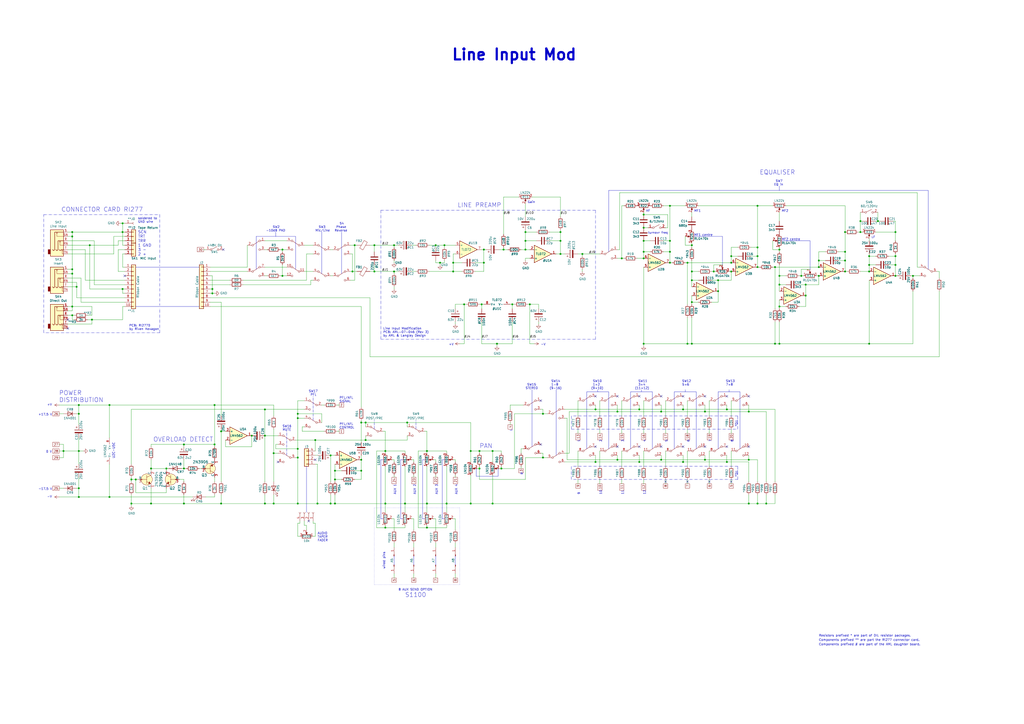
<source format=kicad_sch>
(kicad_sch (version 20230121) (generator eeschema)
  (paper "A2")
  (title_block (title "TAC Scorpion S1100 AML Langley Line Input Mod") (date "2022-07-29") (rev "0") (company "Riven Hexagon") (comment 1 "Circuit diagram by Riven Hexagon"))
  (junction (at 124.46 234.95))
  (junction (at 44.45 166.37))
  (junction (at 383.54 266.7))
  (junction (at 519.43 134.62))
  (junction (at 439.42 292.1))
  (junction (at 158.75 262.89))
  (junction (at 421.64 237.49))
  (junction (at 247.65 292.1))
  (junction (at 373.38 149.86))
  (junction (at 257.81 142.24))
  (junction (at 255.27 152.4))
  (junction (at 373.38 124.46))
  (junction (at 209.55 266.7))
  (junction (at 228.6 157.48))
  (junction (at 285.75 261.62))
  (junction (at 416.56 168.91))
  (junction (at 373.38 132.08))
  (junction (at 41.91 137.16))
  (junction (at 288.29 199.39))
  (junction (at 184.15 292.1))
  (junction (at 504.19 199.39))
  (junction (at 414.02 157.48))
  (junction (at 191.77 264.16))
  (junction (at 467.36 165.1))
  (junction (at 401.32 175.26))
  (junction (at 325.12 134.62))
  (junction (at 124.46 257.81))
  (junction (at 490.22 134.62))
  (junction (at 449.58 199.39))
  (junction (at 41.91 134.62))
  (junction (at 314.96 265.43))
  (junction (at 163.83 144.78))
  (junction (at 194.31 292.1))
  (junction (at 285.75 292.1))
  (junction (at 212.09 245.11))
  (junction (at 519.43 160.02))
  (junction (at 52.07 142.24))
  (junction (at 474.98 154.94))
  (junction (at 401.32 142.24))
  (junction (at 401.32 199.39))
  (junction (at 279.4 176.53))
  (junction (at 345.44 237.49))
  (junction (at 373.38 146.05))
  (junction (at 490.22 157.48))
  (junction (at 373.38 139.7))
  (junction (at 182.88 255.27))
  (junction (at 123.19 170.18))
  (junction (at 398.78 199.39))
  (junction (at 153.67 292.1))
  (junction (at 401.32 157.48))
  (junction (at 278.13 261.62))
  (junction (at 452.12 165.1))
  (junction (at 373.38 199.39))
  (junction (at 325.12 147.32))
  (junction (at 370.84 237.49))
  (junction (at 280.67 144.78))
  (junction (at 205.74 142.24))
  (junction (at 252.73 142.24))
  (junction (at 297.18 176.53))
  (junction (at 467.36 171.45))
  (junction (at 223.52 292.1))
  (junction (at 504.19 148.59))
  (junction (at 45.72 240.03))
  (junction (at 388.62 139.7))
  (junction (at 217.17 157.48))
  (junction (at 504.19 153.67))
  (junction (at 76.2 278.13))
  (junction (at 71.12 167.64))
  (junction (at 452.12 199.39))
  (junction (at 509.27 128.27))
  (junction (at 444.5 292.1))
  (junction (at 209.55 245.11))
  (junction (at 304.8 144.78))
  (junction (at 273.05 261.62))
  (junction (at 63.5 234.95))
  (junction (at 499.11 128.27))
  (junction (at 63.5 288.29))
  (junction (at 228.6 142.24))
  (junction (at 439.42 154.94))
  (junction (at 452.12 177.8))
  (junction (at 490.22 146.05))
  (junction (at 194.31 278.13))
  (junction (at 172.72 242.57))
  (junction (at 424.18 152.4))
  (junction (at 519.43 153.67))
  (junction (at 449.58 154.94))
  (junction (at 269.24 176.53))
  (junction (at 408.94 266.7))
  (junction (at 360.68 149.86))
  (junction (at 396.24 237.49))
  (junction (at 96.52 271.78))
  (junction (at 290.83 271.78))
  (junction (at 194.31 273.05))
  (junction (at 41.91 177.8))
  (junction (at 434.34 238.76))
  (junction (at 474.98 151.13))
  (junction (at 87.63 271.78))
  (junction (at 388.62 119.38))
  (junction (at 396.24 267.97))
  (junction (at 191.77 292.1))
  (junction (at 45.72 288.29))
  (junction (at 45.72 283.21))
  (junction (at 204.47 157.48))
  (junction (at 209.55 273.05))
  (junction (at 358.14 266.7))
  (junction (at 424.18 157.48))
  (junction (at 337.82 147.32))
  (junction (at 273.05 292.1))
  (junction (at 416.56 162.56))
  (junction (at 345.44 267.97))
  (junction (at 106.68 292.1))
  (junction (at 262.89 152.4))
  (junction (at 128.27 250.19))
  (junction (at 434.34 266.7))
  (junction (at 123.19 167.64))
  (junction (at 434.34 292.1))
  (junction (at 78.74 278.13))
  (junction (at 304.8 139.7))
  (junction (at 163.83 160.02))
  (junction (at 398.78 152.4))
  (junction (at 76.2 292.1))
  (junction (at 490.22 151.13))
  (junction (at 223.52 306.07))
  (junction (at 408.94 238.76))
  (junction (at 41.91 158.75))
  (junction (at 292.1 144.78))
  (junction (at 223.52 261.62))
  (junction (at 278.13 271.78))
  (junction (at 280.67 152.4))
  (junction (at 262.89 157.48))
  (junction (at 314.96 240.03))
  (junction (at 259.08 292.1))
  (junction (at 499.11 134.62))
  (junction (at 370.84 267.97))
  (junction (at 53.34 185.42))
  (junction (at 439.42 143.51))
  (junction (at 234.95 292.1))
  (junction (at 424.18 148.59))
  (junction (at 172.72 292.1))
  (junction (at 236.22 245.11))
  (junction (at 421.64 267.97))
  (junction (at 464.82 160.02))
  (junction (at 45.72 234.95))
  (junction (at 217.17 142.24))
  (junction (at 153.67 237.49))
  (junction (at 401.32 162.56))
  (junction (at 87.63 292.1))
  (junction (at 307.34 176.53))
  (junction (at 158.75 292.1))
  (junction (at 172.72 265.43))
  (junction (at 106.68 257.81))
  (junction (at 304.8 134.62))
  (junction (at 504.19 157.48))
  (junction (at 172.72 260.35))
  (junction (at 452.12 144.78))
  (junction (at 474.98 160.02))
  (junction (at 529.59 160.02))
  (junction (at 247.65 306.07))
  (junction (at 36.83 261.62))
  (junction (at 383.54 238.76))
  (junction (at 172.72 240.03))
  (junction (at 247.65 261.62))
  (junction (at 452.12 160.02))
  (junction (at 439.42 148.59))
  (junction (at 153.67 252.73))
  (junction (at 146.05 252.73))
  (junction (at 325.12 139.7))
  (junction (at 41.91 156.21))
  (junction (at 358.14 238.76))
  (junction (at 519.43 148.59))
  (junction (at 388.62 146.05))
  (junction (at 106.68 271.78))
  (junction (at 45.72 261.62))
  (junction (at 128.27 292.1))
  (junction (at 439.42 119.38))
  (junction (at 41.91 182.88))
  (junction (at 212.09 255.27))
  (junction (at 71.12 134.62))
  (junction (at 388.62 152.4))
  (junction (at 71.12 129.54))
  (no_connect (at 39.37 190.5))
  (no_connect (at 129.54 144.78))
  (no_connect (at 398.78 279.4))
  (no_connect (at 434.34 229.87))
  (no_connect (at 179.07 302.26))
  (no_connect (at 370.84 259.08))
  (no_connect (at 345.44 229.87))
  (no_connect (at 434.34 259.08))
  (no_connect (at 396.24 259.08))
  (no_connect (at 358.14 259.08))
  (no_connect (at 386.08 279.4))
  (no_connect (at 358.14 229.87))
  (no_connect (at 39.37 185.42))
  (no_connect (at 182.88 266.7))
  (no_connect (at 421.64 229.87))
  (no_connect (at 396.24 229.87))
  (no_connect (at 411.48 279.4))
  (no_connect (at 345.44 259.08))
  (no_connect (at 408.94 229.87))
  (no_connect (at 383.54 259.08))
  (no_connect (at 313.69 257.81))
  (no_connect (at 313.69 232.41))
  (no_connect (at 161.29 267.97))
  (no_connect (at 408.94 259.08))
  (no_connect (at 421.64 259.08))
  (no_connect (at 424.18 279.4))
  (no_connect (at 72.39 160.02))
  (no_connect (at 370.84 229.87))
  (no_connect (at 383.54 229.87))
  (wire (pts (xy 297.18 179.07) (xy 297.18 176.53)))
  (wire (pts (xy 194.31 278.13) (xy 194.31 273.05)))
  (wire (pts (xy 87.63 271.78) (xy 96.52 271.78)))
  (wire (pts (xy 397.51 142.24) (xy 397.51 137.16)))
  (wire (pts (xy 358.14 144.78) (xy 359.41 144.78)))
  (wire (pts (xy 273.05 245.11) (xy 273.05 261.62)))
  (wire (pts (xy 252.73 143.51) (xy 252.73 142.24)))
  (wire (pts (xy 439.42 154.94) (xy 439.42 148.59)))
  (wire (pts (xy 143.51 154.94) (xy 121.92 154.94)))
  (wire (pts (xy 182.88 255.27) (xy 212.09 255.27)))
  (wire (pts (xy 500.38 128.27) (xy 499.11 128.27)))
  (wire (pts (xy 162.56 160.02) (xy 163.83 160.02)))
  (wire (pts (xy 373.38 124.46) (xy 387.35 124.46)))
  (wire (pts (xy 223.52 306.07) (xy 218.44 306.07)))
  (wire (pts (xy 234.95 270.51) (xy 234.95 292.1)))
  (wire (pts (xy 71.12 129.54) (xy 69.85 129.54)))
  (wire (pts (xy 304.8 151.13) (xy 304.8 149.86)))
  (wire (pts (xy 490.22 119.38) (xy 455.93 119.38)))
  (polyline (pts (xy 403.86 260.35) (xy 403.86 227.33)))
  (wire (pts (xy 377.19 139.7) (xy 373.38 139.7)))
  (wire (pts (xy 269.24 176.53) (xy 269.24 199.39)))
  (wire (pts (xy 532.13 154.94) (xy 533.4 154.94)))
  (polyline (pts (xy 427.99 270.51) (xy 331.47 270.51)) (stroke (width 0) (type dash_dot)))
  (polyline (pts (xy 378.46 260.35) (xy 378.46 227.33)))
  (wire (pts (xy 304.8 278.13) (xy 304.8 265.43)))
  (wire (pts (xy 467.36 165.1) (xy 463.55 165.1)))
  (wire (pts (xy 242.57 306.07) (xy 247.65 306.07)))
  (polyline (pts (xy 391.16 260.35) (xy 391.16 227.33)))
  (wire (pts (xy 212.09 247.65) (xy 212.09 245.11)))
  (wire (pts (xy 497.84 134.62) (xy 499.11 134.62)))
  (wire (pts (xy 388.62 139.7) (xy 388.62 146.05)))
  (wire (pts (xy 96.52 273.05) (xy 96.52 271.78)))
  (wire (pts (xy 106.68 266.7) (xy 106.68 271.78)))
  (wire (pts (xy 234.95 262.89) (xy 234.95 261.62)))
  (wire (pts (xy 335.28 270.51) (xy 335.28 261.62)))
  (wire (pts (xy 45.72 240.03) (xy 45.72 246.38)))
  (wire (pts (xy 455.93 160.02) (xy 452.12 160.02)))
  (wire (pts (xy 87.63 257.81) (xy 87.63 259.08)))
  (wire (pts (xy 184.15 292.1) (xy 172.72 292.1)))
  (wire (pts (xy 63.5 288.29) (xy 111.76 288.29)))
  (wire (pts (xy 173.99 311.15) (xy 172.72 311.15)))
  (wire (pts (xy 45.72 254) (xy 45.72 261.62)))
  (polyline (pts (xy 232.41 266.7) (xy 232.41 300.99)))
  (wire (pts (xy 172.72 265.43) (xy 172.72 292.1)))
  (wire (pts (xy 330.2 238.76) (xy 358.14 238.76)))
  (polyline (pts (xy 322.58 264.16) (xy 322.58 226.06)))
  (wire (pts (xy 490.22 151.13) (xy 486.41 151.13)))
  (wire (pts (xy 153.67 144.78) (xy 154.94 144.78)))
  (polyline (pts (xy 469.9 139.7) (xy 469.9 156.21)))
  (wire (pts (xy 424.18 278.13) (xy 424.18 280.67)))
  (wire (pts (xy 434.34 238.76) (xy 408.94 238.76)))
  (wire (pts (xy 416.56 162.56) (xy 412.75 162.56)))
  (wire (pts (xy 490.22 146.05) (xy 486.41 146.05)))
  (wire (pts (xy 191.77 279.4) (xy 191.77 264.16)))
  (wire (pts (xy 424.18 157.48) (xy 424.18 162.56)))
  (wire (pts (xy 207.01 157.48) (xy 204.47 157.48)))
  (wire (pts (xy 398.78 270.51) (xy 398.78 261.62)))
  (polyline (pts (xy 340.36 260.35) (xy 340.36 227.33)))
  (wire (pts (xy 280.67 152.4) (xy 280.67 144.78)))
  (wire (pts (xy 228.6 335.28) (xy 228.6 332.74)))
  (wire (pts (xy 452.12 144.78) (xy 452.12 143.51)))
  (wire (pts (xy 217.17 142.24) (xy 228.6 142.24)))
  (wire (pts (xy 44.45 172.72) (xy 72.39 172.72)))
  (polyline (pts (xy 217.17 294.64) (xy 266.7 294.64)) (stroke (width 0) (type dot)))
  (wire (pts (xy 255.27 152.4) (xy 257.81 152.4)))
  (wire (pts (xy 278.13 271.78) (xy 278.13 278.13)))
  (wire (pts (xy 519.43 128.27) (xy 518.16 128.27)))
  (polyline (pts (xy 148.59 137.16) (xy 171.45 137.16)))
  (wire (pts (xy 53.34 187.96) (xy 53.34 185.42)))
  (wire (pts (xy 396.24 237.49) (xy 396.24 234.95)))
  (wire (pts (xy 337.82 147.32) (xy 337.82 148.59)))
  (wire (pts (xy 491.49 157.48) (xy 490.22 157.48)))
  (wire (pts (xy 39.37 144.78) (xy 49.53 144.78)))
  (wire (pts (xy 214.63 172.72) (xy 214.63 207.01)))
  (wire (pts (xy 34.29 261.62) (xy 36.83 261.62)))
  (wire (pts (xy 130.81 259.08) (xy 130.81 255.27)))
  (wire (pts (xy 96.52 271.78) (xy 97.79 271.78)))
  (wire (pts (xy 298.45 271.78) (xy 290.83 271.78)))
  (wire (pts (xy 212.09 252.73) (xy 212.09 255.27)))
  (wire (pts (xy 191.77 160.02) (xy 193.04 160.02)))
  (wire (pts (xy 424.18 270.51) (xy 424.18 261.62)))
  (wire (pts (xy 452.12 128.27) (xy 452.12 123.19)))
  (wire (pts (xy 177.8 147.32) (xy 181.61 147.32)))
  (wire (pts (xy 401.32 142.24) (xy 401.32 140.97)))
  (wire (pts (xy 106.68 271.78) (xy 107.95 271.78)))
  (wire (pts (xy 303.53 260.35) (xy 302.26 260.35)))
  (wire (pts (xy 186.69 240.03) (xy 172.72 240.03)))
  (wire (pts (xy 204.47 157.48) (xy 203.2 157.48)))
  (wire (pts (xy 397.51 119.38) (xy 388.62 119.38)))
  (wire (pts (xy 36.83 261.62) (xy 36.83 257.81)))
  (wire (pts (xy 71.12 142.24) (xy 71.12 134.62)))
  (wire (pts (xy 191.77 292.1) (xy 194.31 292.1)))
  (wire (pts (xy 303.53 234.95) (xy 295.91 234.95)))
  (polyline (pts (xy 402.59 137.16) (xy 419.1 137.16)))
  (wire (pts (xy 172.72 242.57) (xy 172.72 240.03)))
  (wire (pts (xy 124.46 257.81) (xy 106.68 257.81)))
  (wire (pts (xy 327.66 267.97) (xy 345.44 267.97)))
  (wire (pts (xy 388.62 139.7) (xy 388.62 119.38)))
  (wire (pts (xy 307.34 176.53) (xy 307.34 199.39)))
  (wire (pts (xy 214.63 207.01) (xy 544.83 207.01)))
  (wire (pts (xy 247.65 250.19) (xy 246.38 250.19)))
  (wire (pts (xy 71.12 154.94) (xy 71.12 147.32)))
  (wire (pts (xy 124.46 257.81) (xy 124.46 234.95)))
  (wire (pts (xy 302.26 260.35) (xy 302.26 262.89)))
  (wire (pts (xy 373.38 154.94) (xy 373.38 199.39)))
  (wire (pts (xy 172.72 303.53) (xy 173.99 303.53)))
  (wire (pts (xy 158.75 292.1) (xy 153.67 292.1)))
  (wire (pts (xy 223.52 262.89) (xy 223.52 261.62)))
  (wire (pts (xy 396.24 237.49) (xy 370.84 237.49)))
  (wire (pts (xy 439.42 266.7) (xy 439.42 279.4)))
  (wire (pts (xy 180.34 162.56) (xy 181.61 162.56)))
  (wire (pts (xy 259.08 306.07) (xy 259.08 304.8)))
  (wire (pts (xy 288.29 199.39) (xy 279.4 199.39)))
  (wire (pts (xy 236.22 252.73) (xy 236.22 255.27)))
  (wire (pts (xy 434.34 266.7) (xy 439.42 266.7)))
  (wire (pts (xy 401.32 199.39) (xy 449.58 199.39)))
  (wire (pts (xy 519.43 160.02) (xy 519.43 153.67)))
  (wire (pts (xy 405.13 157.48) (xy 401.32 157.48)))
  (wire (pts (xy 304.8 278.13) (xy 278.13 278.13)))
  (wire (pts (xy 322.58 147.32) (xy 325.12 147.32)))
  (wire (pts (xy 504.19 157.48) (xy 504.19 153.67)))
  (wire (pts (xy 408.94 238.76) (xy 408.94 234.95)))
  (polyline (pts (xy 92.71 155.575) (xy 92.71 177.165)) (stroke (width 0) (type dash_dot)))
  (wire (pts (xy 259.08 292.1) (xy 247.65 292.1)))
  (wire (pts (xy 68.58 139.7) (xy 68.58 142.24)))
  (polyline (pts (xy 177.8 270.51) (xy 177.8 297.18)))
  (wire (pts (xy 163.83 146.05) (xy 163.83 144.78)))
  (wire (pts (xy 416.56 168.91) (xy 416.56 162.56)))
  (wire (pts (xy 247.65 261.62) (xy 247.65 250.19)))
  (wire (pts (xy 304.8 134.62) (xy 311.15 134.62)))
  (wire (pts (xy 228.6 317.5) (xy 228.6 314.96)))
  (polyline (pts (xy 365.76 260.35) (xy 365.76 227.33)))
  (wire (pts (xy 53.34 177.8) (xy 41.91 177.8)))
  (wire (pts (xy 71.12 134.62) (xy 72.39 134.62)))
  (wire (pts (xy 411.48 248.92) (xy 411.48 251.46)))
  (wire (pts (xy 544.83 157.48) (xy 543.56 157.48)))
  (wire (pts (xy 414.02 157.48) (xy 415.29 157.48)))
  (polyline (pts (xy 288.925 276.225) (xy 288.925 271.78)))
  (wire (pts (xy 161.29 262.89) (xy 158.75 262.89)))
  (wire (pts (xy 124.46 288.29) (xy 119.38 288.29)))
  (wire (pts (xy 252.73 335.28) (xy 252.73 332.74)))
  (wire (pts (xy 128.27 279.4) (xy 128.27 250.19)))
  (wire (pts (xy 128.27 248.92) (xy 128.27 250.19)))
  (polyline (pts (xy 422.91 227.33) (xy 422.91 226.06)))
  (wire (pts (xy 370.84 264.16) (xy 370.84 267.97)))
  (wire (pts (xy 39.37 139.7) (xy 54.61 139.7)))
  (wire (pts (xy 330.2 262.89) (xy 330.2 238.76)))
  (polyline (pts (xy 345.44 196.85) (xy 220.98 196.85)) (stroke (width 0) (type dash_dot)))
  (wire (pts (xy 335.28 147.32) (xy 337.82 147.32)))
  (wire (pts (xy 212.09 255.27) (xy 236.22 255.27)))
  (wire (pts (xy 449.58 186.69) (xy 449.58 199.39)))
  (wire (pts (xy 414.02 153.67) (xy 414.02 157.48)))
  (wire (pts (xy 123.19 167.64) (xy 123.19 160.02)))
  (wire (pts (xy 474.98 151.13) (xy 474.98 146.05)))
  (wire (pts (xy 373.38 146.05) (xy 377.19 146.05)))
  (polyline (pts (xy 353.06 227.33) (xy 340.36 227.33)))
  (wire (pts (xy 408.94 238.76) (xy 383.54 238.76)))
  (wire (pts (xy 41.91 177.8) (xy 41.91 158.75)))
  (wire (pts (xy 314.96 237.49) (xy 314.96 240.03)))
  (wire (pts (xy 508 134.62) (xy 519.43 134.62)))
  (wire (pts (xy 87.63 273.05) (xy 87.63 271.78)))
  (wire (pts (xy 325.12 133.35) (xy 325.12 134.62)))
  (polyline (pts (xy 427.99 278.13) (xy 331.47 278.13)) (stroke (width 0) (type dash_dot)))
  (wire (pts (xy 515.62 153.67) (xy 519.43 153.67)))
  (wire (pts (xy 314.96 262.89) (xy 314.96 265.43)))
  (wire (pts (xy 504.19 199.39) (xy 529.59 199.39)))
  (wire (pts (xy 209.55 264.16) (xy 209.55 266.7)))
  (wire (pts (xy 388.62 152.4) (xy 388.62 146.05)))
  (wire (pts (xy 275.59 152.4) (xy 280.67 152.4)))
  (wire (pts (xy 267.97 152.4) (xy 262.89 152.4)))
  (wire (pts (xy 439.42 148.59) (xy 439.42 143.51)))
  (polyline (pts (xy 427.99 241.3) (xy 331.47 241.3)) (stroke (width 0) (type dash_dot)))
  (wire (pts (xy 223.52 261.62) (xy 223.52 250.19)))
  (wire (pts (xy 264.16 300.99) (xy 262.89 300.99)))
  (wire (pts (xy 304.8 139.7) (xy 304.8 144.78)))
  (wire (pts (xy 128.27 292.1) (xy 128.27 287.02)))
  (wire (pts (xy 384.81 139.7) (xy 388.62 139.7)))
  (wire (pts (xy 228.6 275.59) (xy 228.6 276.86)))
  (wire (pts (xy 223.52 304.8) (xy 223.52 306.07)))
  (polyline (pts (xy 217.17 248.92) (xy 217.17 243.84)) (stroke (width 0) (type dash)))
  (wire (pts (xy 448.31 144.78) (xy 448.31 139.7)))
  (wire (pts (xy 401.32 157.48) (xy 401.32 151.13)))
  (wire (pts (xy 39.37 163.83) (xy 44.45 163.83)))
  (polyline (pts (xy 538.48 110.49) (xy 353.06 110.49)))
  (wire (pts (xy 228.6 143.51) (xy 228.6 142.24)))
  (polyline (pts (xy 92.71 124.46) (xy 92.71 154.305)) (stroke (width 0) (type dash_dot)))
  (wire (pts (xy 449.58 237.49) (xy 449.58 279.4)))
  (wire (pts (xy 373.38 199.39) (xy 398.78 199.39)))
  (wire (pts (xy 313.69 262.89) (xy 314.96 262.89)))
  (wire (pts (xy 335.28 278.13) (xy 335.28 280.67)))
  (wire (pts (xy 124.46 276.86) (xy 124.46 279.4)))
  (wire (pts (xy 76.2 278.13) (xy 76.2 279.4)))
  (wire (pts (xy 104.14 278.13) (xy 106.68 278.13)))
  (polyline (pts (xy 92.71 193.04) (xy 25.4 193.04)) (stroke (width 0) (type dash_dot)))
  (wire (pts (xy 345.44 237.49) (xy 370.84 237.49)))
  (wire (pts (xy 205.74 142.24) (xy 207.01 142.24)))
  (wire (pts (xy 411.48 270.51) (xy 411.48 261.62)))
  (wire (pts (xy 124.46 287.02) (xy 124.46 288.29)))
  (wire (pts (xy 264.16 266.7) (xy 262.89 266.7)))
  (wire (pts (xy 358.14 266.7) (xy 383.54 266.7)))
  (wire (pts (xy 452.12 146.05) (xy 452.12 144.78)))
  (wire (pts (xy 444.5 287.02) (xy 444.5 292.1)))
  (wire (pts (xy 529.59 168.91) (xy 529.59 199.39)))
  (wire (pts (xy 240.03 300.99) (xy 238.76 300.99)))
  (wire (pts (xy 359.41 144.78) (xy 359.41 111.76)))
  (wire (pts (xy 247.65 297.18) (xy 247.65 292.1)))
  (wire (pts (xy 158.75 248.92) (xy 158.75 262.89)))
  (wire (pts (xy 358.14 234.95) (xy 358.14 238.76)))
  (wire (pts (xy 252.73 152.4) (xy 255.27 152.4)))
  (wire (pts (xy 452.12 177.8) (xy 452.12 173.99)))
  (wire (pts (xy 386.08 248.92) (xy 386.08 251.46)))
  (polyline (pts (xy 246.38 266.7) (xy 245.11 266.7)))
  (wire (pts (xy 39.37 177.8) (xy 41.91 177.8)))
  (wire (pts (xy 105.41 271.78) (xy 106.68 271.78)))
  (wire (pts (xy 214.63 157.48) (xy 217.17 157.48)))
  (wire (pts (xy 72.39 170.18) (xy 71.12 170.18)))
  (wire (pts (xy 124.46 234.95) (xy 158.75 234.95)))
  (wire (pts (xy 289.56 144.78) (xy 292.1 144.78)))
  (wire (pts (xy 345.44 264.16) (xy 345.44 267.97)))
  (wire (pts (xy 383.54 266.7) (xy 408.94 266.7)))
  (wire (pts (xy 153.67 237.49) (xy 76.2 237.49)))
  (polyline (pts (xy 331.47 278.13) (xy 331.47 270.51)) (stroke (width 0) (type dash_dot)))
  (wire (pts (xy 439.42 148.59) (xy 435.61 148.59)))
  (wire (pts (xy 176.53 142.24) (xy 181.61 142.24)))
  (wire (pts (xy 509.27 128.27) (xy 510.54 128.27)))
  (wire (pts (xy 41.91 137.16) (xy 41.91 156.21)))
  (wire (pts (xy 278.13 271.78) (xy 278.13 270.51)))
  (wire (pts (xy 124.46 170.18) (xy 123.19 170.18)))
  (wire (pts (xy 278.13 261.62) (xy 278.13 262.89)))
  (wire (pts (xy 359.41 111.76) (xy 532.13 111.76)))
  (wire (pts (xy 280.67 152.4) (xy 280.67 157.48)))
  (wire (pts (xy 325.12 114.3) (xy 308.61 114.3)))
  (polyline (pts (xy 264.16 327.66) (xy 264.16 322.58)))
  (wire (pts (xy 209.55 245.11) (xy 209.55 243.84)))
  (wire (pts (xy 388.62 146.05) (xy 384.81 146.05)))
  (wire (pts (xy 302.26 270.51) (xy 302.26 271.78)))
  (wire (pts (xy 285.75 267.97) (xy 285.75 261.62)))
  (wire (pts (xy 193.04 144.78) (xy 191.77 144.78)))
  (wire (pts (xy 313.69 237.49) (xy 314.96 237.49)))
  (wire (pts (xy 39.37 142.24) (xy 52.07 142.24)))
  (wire (pts (xy 421.64 237.49) (xy 396.24 237.49)))
  (wire (pts (xy 191.77 292.1) (xy 191.77 287.02)))
  (wire (pts (xy 39.37 156.21) (xy 41.91 156.21)))
  (wire (pts (xy 257.81 142.24) (xy 257.81 143.51)))
  (wire (pts (xy 444.5 238.76) (xy 444.5 279.4)))
  (wire (pts (xy 45.72 261.62) (xy 48.26 261.62)))
  (wire (pts (xy 116.84 271.78) (xy 115.57 271.78)))
  (wire (pts (xy 412.75 175.26) (xy 416.56 175.26)))
  (polyline (pts (xy 538.48 156.21) (xy 538.48 110.49)))
  (wire (pts (xy 172.72 311.15) (xy 172.72 303.53)))
  (wire (pts (xy 44.45 283.21) (xy 45.72 283.21)))
  (wire (pts (xy 412.75 157.48) (xy 414.02 157.48)))
  (wire (pts (xy 345.44 267.97) (xy 370.84 267.97)))
  (wire (pts (xy 121.92 175.26) (xy 128.27 175.26)))
  (wire (pts (xy 434.34 292.1) (xy 434.34 287.02)))
  (wire (pts (xy 133.35 162.56) (xy 121.92 162.56)))
  (wire (pts (xy 53.34 185.42) (xy 50.8 185.42)))
  (wire (pts (xy 298.45 240.03) (xy 298.45 271.78)))
  (wire (pts (xy 292.1 114.3) (xy 300.99 114.3)))
  (wire (pts (xy 434.34 238.76) (xy 434.34 234.95)))
  (wire (pts (xy 223.52 270.51) (xy 223.52 292.1)))
  (polyline (pts (xy 240.03 322.58) (xy 240.03 327.66)))
  (polyline (pts (xy 245.11 266.7) (xy 245.11 300.99)))
  (polyline (pts (xy 198.12 158.75) (xy 198.12 134.62)))
  (wire (pts (xy 41.91 185.42) (xy 41.91 182.88)))
  (wire (pts (xy 401.32 175.26) (xy 401.32 171.45)))
  (wire (pts (xy 499.11 128.27) (xy 499.11 123.19)))
  (wire (pts (xy 424.18 148.59) (xy 424.18 152.4)))
  (wire (pts (xy 161.29 257.81) (xy 160.02 257.81)))
  (wire (pts (xy 217.17 142.24) (xy 217.17 146.05)))
  (wire (pts (xy 304.8 133.35) (xy 304.8 134.62)))
  (wire (pts (xy 455.93 177.8) (xy 452.12 177.8)))
  (wire (pts (xy 252.73 307.34) (xy 252.73 300.99)))
  (polyline (pts (xy 171.45 137.16) (xy 171.45 156.21)))
  (wire (pts (xy 396.24 267.97) (xy 421.64 267.97)))
  (wire (pts (xy 398.78 176.53) (xy 398.78 152.4)))
  (wire (pts (xy 153.67 292.1) (xy 153.67 287.02)))
  (wire (pts (xy 166.37 154.94) (xy 153.67 154.94)))
  (wire (pts (xy 434.34 267.97) (xy 421.64 267.97)))
  (wire (pts (xy 118.11 144.78) (xy 119.38 144.78)))
  (polyline (pts (xy 256.54 300.99) (xy 257.81 300.99)))
  (wire (pts (xy 236.22 247.65) (xy 236.22 245.11)))
  (polyline (pts (xy 232.41 300.99) (xy 233.68 300.99)))
  (wire (pts (xy 121.92 177.8) (xy 209.55 177.8)))
  (wire (pts (xy 297.18 176.53) (xy 298.45 176.53)))
  (wire (pts (xy 325.12 139.7) (xy 325.12 134.62)))
  (wire (pts (xy 72.39 157.48) (xy 68.58 157.48)))
  (wire (pts (xy 241.3 142.24) (xy 238.76 142.24)))
  (wire (pts (xy 63.5 234.95) (xy 124.46 234.95)))
  (wire (pts (xy 44.45 166.37) (xy 44.45 172.72)))
  (wire (pts (xy 398.78 232.41) (xy 398.78 241.3)))
  (wire (pts (xy 361.95 119.38) (xy 360.68 119.38)))
  (polyline (pts (xy 427.99 248.92) (xy 427.99 241.3)) (stroke (width 0) (type dash_dot)))
  (wire (pts (xy 529.59 160.02) (xy 528.32 160.02)))
  (wire (pts (xy 369.57 149.86) (xy 373.38 149.86)))
  (wire (pts (xy 297.18 176.53) (xy 295.91 176.53)))
  (polyline (pts (xy 452.12 110.49) (xy 452.12 107.95)))
  (wire (pts (xy 328.93 266.7) (xy 328.93 242.57)))
  (wire (pts (xy 520.7 160.02) (xy 519.43 160.02)))
  (wire (pts (xy 266.7 199.39) (xy 269.24 199.39)))
  (wire (pts (xy 416.56 175.26) (xy 416.56 168.91)))
  (polyline (pts (xy 266.7 339.09) (xy 217.17 339.09)) (stroke (width 0) (type dot)))
  (wire (pts (xy 153.67 160.02) (xy 154.94 160.02)))
  (wire (pts (xy 444.5 292.1) (xy 449.58 292.1)))
  (wire (pts (xy 405.13 175.26) (xy 401.32 175.26)))
  (wire (pts (xy 304.8 149.86) (xy 307.34 149.86)))
  (wire (pts (xy 373.38 232.41) (xy 373.38 241.3)))
  (wire (pts (xy 45.72 261.62) (xy 45.72 269.24)))
  (wire (pts (xy 106.68 257.81) (xy 87.63 257.81)))
  (wire (pts (xy 176.53 242.57) (xy 172.72 242.57)))
  (wire (pts (xy 375.92 132.08) (xy 373.38 132.08)))
  (wire (pts (xy 140.97 162.56) (xy 177.8 162.56)))
  (wire (pts (xy 285.75 292.1) (xy 434.34 292.1)))
  (wire (pts (xy 121.92 172.72) (xy 214.63 172.72)))
  (wire (pts (xy 36.83 265.43) (xy 36.83 261.62)))
  (wire (pts (xy 106.68 278.13) (xy 106.68 279.4)))
  (wire (pts (xy 218.44 306.07) (xy 218.44 261.62)))
  (wire (pts (xy 373.38 200.66) (xy 373.38 199.39)))
  (wire (pts (xy 273.05 261.62) (xy 278.13 261.62)))
  (wire (pts (xy 285.75 292.1) (xy 285.75 275.59)))
  (wire (pts (xy 439.42 119.38) (xy 405.13 119.38)))
  (polyline (pts (xy 222.25 266.7) (xy 220.98 266.7)))
  (polyline (pts (xy 372.11 227.33) (xy 372.11 226.06)))
  (wire (pts (xy 504.19 162.56) (xy 504.19 199.39)))
  (wire (pts (xy 128.27 250.19) (xy 130.81 250.19)))
  (wire (pts (xy 347.98 270.51) (xy 347.98 261.62)))
  (wire (pts (xy 257.81 152.4) (xy 257.81 151.13)))
  (polyline (pts (xy 353.06 110.49) (xy 353.06 146.05)))
  (wire (pts (xy 177.8 162.56) (xy 177.8 147.32)))
  (wire (pts (xy 247.65 261.62) (xy 242.57 261.62)))
  (wire (pts (xy 160.02 260.35) (xy 172.72 260.35)))
  (wire (pts (xy 39.37 180.34) (xy 41.91 180.34)))
  (wire (pts (xy 218.44 261.62) (xy 223.52 261.62)))
  (wire (pts (xy 452.12 165.1) (xy 452.12 168.91)))
  (wire (pts (xy 474.98 165.1) (xy 467.36 165.1)))
  (wire (pts (xy 49.53 162.56) (xy 72.39 162.56)))
  (wire (pts (xy 240.03 317.5) (xy 240.03 314.96)))
  (wire (pts (xy 71.12 167.64) (xy 72.39 167.64)))
  (wire (pts (xy 171.45 265.43) (xy 172.72 265.43)))
  (wire (pts (xy 408.94 264.16) (xy 408.94 266.7)))
  (wire (pts (xy 184.15 292.1) (xy 191.77 292.1)))
  (wire (pts (xy 228.6 307.34) (xy 228.6 300.99)))
  (wire (pts (xy 452.12 179.07) (xy 452.12 177.8)))
  (wire (pts (xy 387.35 132.08) (xy 386.08 132.08)))
  (wire (pts (xy 401.32 184.15) (xy 401.32 199.39)))
  (wire (pts (xy 72.39 139.7) (xy 68.58 139.7)))
  (wire (pts (xy 360.68 270.51) (xy 360.68 261.62)))
  (wire (pts (xy 45.72 276.86) (xy 45.72 283.21)))
  (wire (pts (xy 347.98 248.92) (xy 347.98 251.46)))
  (wire (pts (xy 153.67 279.4) (xy 153.67 252.73)))
  (wire (pts (xy 358.14 264.16) (xy 358.14 266.7)))
  (wire (pts (xy 184.15 269.24) (xy 184.15 292.1)))
  (wire (pts (xy 337.82 156.21) (xy 337.82 157.48)))
  (wire (pts (xy 203.2 162.56) (xy 205.74 162.56)))
  (wire (pts (xy 128.27 241.3) (xy 128.27 175.26)))
  (polyline (pts (xy 397.51 227.33) (xy 397.51 226.06)))
  (wire (pts (xy 182.88 311.15) (xy 182.88 303.53)))
  (wire (pts (xy 449.58 154.94) (xy 448.31 154.94)))
  (wire (pts (xy 499.11 134.62) (xy 499.11 128.27)))
  (wire (pts (xy 312.42 187.96) (xy 312.42 186.69)))
  (wire (pts (xy 347.98 147.32) (xy 337.82 147.32)))
  (wire (pts (xy 325.12 125.73) (xy 325.12 114.3)))
  (wire (pts (xy 519.43 153.67) (xy 519.43 148.59)))
  (wire (pts (xy 327.66 237.49) (xy 345.44 237.49)))
  (wire (pts (xy 424.18 248.92) (xy 424.18 251.46)))
  (wire (pts (xy 373.38 139.7) (xy 373.38 146.05)))
  (wire (pts (xy 124.46 259.08) (xy 124.46 257.81)))
  (wire (pts (xy 304.8 134.62) (xy 304.8 139.7)))
  (wire (pts (xy 173.99 303.53) (xy 173.99 302.26)))
  (wire (pts (xy 398.78 152.4) (xy 397.51 152.4)))
  (wire (pts (xy 146.05 252.73) (xy 146.05 259.08)))
  (wire (pts (xy 360.68 149.86) (xy 358.14 149.86)))
  (wire (pts (xy 252.73 142.24) (xy 248.92 142.24)))
  (wire (pts (xy 217.17 157.48) (xy 228.6 157.48)))
  (polyline (pts (xy 166.37 264.16) (xy 166.37 250.19)) (stroke (width 0) (type dash)))
  (wire (pts (xy 106.68 292.1) (xy 87.63 292.1)))
  (wire (pts (xy 240.03 307.34) (xy 240.03 300.99)))
  (wire (pts (xy 240.03 332.74) (xy 240.03 335.28)))
  (wire (pts (xy 273.05 292.1) (xy 285.75 292.1)))
  (wire (pts (xy 44.45 166.37) (xy 39.37 166.37)))
  (wire (pts (xy 279.4 199.39) (xy 279.4 186.69)))
  (wire (pts (xy 194.31 279.4) (xy 194.31 278.13)))
  (polyline (pts (xy 148.59 137.16) (xy 148.59 156.21)))
  (wire (pts (xy 434.34 238.76) (xy 444.5 238.76)))
  (wire (pts (xy 181.61 303.53) (xy 181.61 302.26)))
  (wire (pts (xy 45.72 240.03) (xy 45.72 234.95)))
  (wire (pts (xy 71.12 170.18) (xy 71.12 167.64)))
  (wire (pts (xy 182.88 255.27) (xy 171.45 255.27)))
  (wire (pts (xy 162.56 144.78) (xy 163.83 144.78)))
  (wire (pts (xy 234.95 297.18) (xy 234.95 292.1)))
  (wire (pts (xy 281.94 144.78) (xy 280.67 144.78)))
  (wire (pts (xy 439.42 143.51) (xy 435.61 143.51)))
  (wire (pts (xy 295.91 245.11) (xy 295.91 246.38)))
  (wire (pts (xy 255.27 153.67) (xy 255.27 152.4)))
  (wire (pts (xy 175.26 247.65) (xy 176.53 247.65)))
  (wire (pts (xy 424.18 143.51) (xy 427.99 143.51)))
  (wire (pts (xy 273.05 261.62) (xy 273.05 267.97)))
  (wire (pts (xy 448.31 144.78) (xy 452.12 144.78)))
  (wire (pts (xy 153.67 252.73) (xy 161.29 252.73)))
  (polyline (pts (xy 25.4 193.04) (xy 25.4 124.46)) (stroke (width 0) (type dash_dot)))
  (wire (pts (xy 43.18 182.88) (xy 41.91 182.88)))
  (wire (pts (xy 304.8 144.78) (xy 302.26 144.78)))
  (wire (pts (xy 45.72 288.29) (xy 63.5 288.29)))
  (wire (pts (xy 509.27 128.27) (xy 509.27 123.19)))
  (wire (pts (xy 474.98 154.94) (xy 449.58 154.94)))
  (wire (pts (xy 43.18 185.42) (xy 41.91 185.42)))
  (wire (pts (xy 176.53 302.26) (xy 176.53 304.8)))
  (wire (pts (xy 236.22 245.11) (xy 212.09 245.11)))
  (polyline (pts (xy 427.99 278.13) (xy 427.99 270.51)) (stroke (width 0) (type dash_dot)))
  (wire (pts (xy 68.58 157.48) (xy 68.58 144.78)))
  (wire (pts (xy 36.83 240.03) (xy 34.29 240.03)))
  (wire (pts (xy 106.68 287.02) (xy 106.68 292.1)))
  (wire (pts (xy 52.07 142.24) (xy 52.07 167.64)))
  (wire (pts (xy 292.1 135.89) (xy 292.1 114.3)))
  (wire (pts (xy 196.85 234.95) (xy 195.58 234.95)))
  (wire (pts (xy 449.58 179.07) (xy 449.58 154.94)))
  (wire (pts (xy 198.12 278.13) (xy 194.31 278.13)))
  (wire (pts (xy 194.31 287.02) (xy 194.31 292.1)))
  (wire (pts (xy 228.6 167.64) (xy 228.6 166.37)))
  (wire (pts (xy 163.83 153.67) (xy 163.83 160.02)))
  (wire (pts (xy 264.16 267.97) (xy 264.16 266.7)))
  (wire (pts (xy 439.42 292.1) (xy 444.5 292.1)))
  (wire (pts (xy 297.18 199.39) (xy 297.18 186.69)))
  (wire (pts (xy 182.88 303.53) (xy 181.61 303.53)))
  (wire (pts (xy 49.53 144.78) (xy 49.53 162.56)))
  (wire (pts (xy 452.12 199.39) (xy 452.12 186.69)))
  (wire (pts (xy 46.99 161.29) (xy 46.99 175.26)))
  (wire (pts (xy 434.34 267.97) (xy 434.34 279.4)))
  (wire (pts (xy 361.95 149.86) (xy 360.68 149.86)))
  (wire (pts (xy 474.98 151.13) (xy 474.98 154.94)))
  (wire (pts (xy 519.43 148.59) (xy 515.62 148.59)))
  (polyline (pts (xy 186.69 158.75) (xy 186.69 134.62)))
  (wire (pts (xy 504.19 148.59) (xy 508 148.59)))
  (wire (pts (xy 153.67 252.73) (xy 153.67 237.49)))
  (wire (pts (xy 304.8 125.73) (xy 304.8 118.11)))
  (polyline (pts (xy 78.74 177.8) (xy 115.57 177.8)))
  (wire (pts (xy 87.63 292.1) (xy 76.2 292.1)))
  (wire (pts (xy 259.08 292.1) (xy 273.05 292.1)))
  (wire (pts (xy 360.68 278.13) (xy 360.68 280.67)))
  (wire (pts (xy 370.84 267.97) (xy 396.24 267.97)))
  (wire (pts (xy 360.68 248.92) (xy 360.68 251.46)))
  (wire (pts (xy 234.95 292.1) (xy 223.52 292.1)))
  (wire (pts (xy 532.13 111.76) (xy 532.13 154.94)))
  (wire (pts (xy 325.12 134.62) (xy 318.77 134.62)))
  (wire (pts (xy 223.52 250.19) (xy 222.25 250.19)))
  (wire (pts (xy 289.56 271.78) (xy 290.83 271.78)))
  (wire (pts (xy 421.64 237.49) (xy 449.58 237.49)))
  (wire (pts (xy 242.57 261.62) (xy 242.57 306.07)))
  (wire (pts (xy 44.45 163.83) (xy 44.45 166.37)))
  (wire (pts (xy 240.03 276.86) (xy 240.03 275.59)))
  (wire (pts (xy 519.43 148.59) (xy 519.43 147.32)))
  (wire (pts (xy 78.74 285.75) (xy 78.74 278.13)))
  (polyline (pts (xy 345.44 121.92) (xy 220.98 121.92)) (stroke (width 0) (type dash_dot)))
  (polyline (pts (xy 257.81 266.7) (xy 256.54 266.7)))
  (wire (pts (xy 401.32 157.48) (xy 401.32 162.56)))
  (wire (pts (xy 172.72 232.41) (xy 176.53 232.41)))
  (wire (pts (xy 205.74 278.13) (xy 209.55 278.13)))
  (wire (pts (xy 504.19 153.67) (xy 504.19 148.59)))
  (wire (pts (xy 72.39 137.16) (xy 66.04 137.16)))
  (polyline (pts (xy 160.02 134.62) (xy 160.02 137.16)))
  (polyline (pts (xy 429.26 260.35) (xy 429.26 227.33)))
  (wire (pts (xy 181.61 311.15) (xy 182.88 311.15)))
  (wire (pts (xy 370.84 237.49) (xy 370.84 234.95)))
  (wire (pts (xy 39.37 187.96) (xy 53.34 187.96)))
  (wire (pts (xy 504.19 148.59) (xy 504.19 147.32)))
  (wire (pts (xy 257.81 142.24) (xy 252.73 142.24)))
  (wire (pts (xy 384.81 119.38) (xy 388.62 119.38)))
  (wire (pts (xy 45.72 234.95) (xy 63.5 234.95)))
  (polyline (pts (xy 25.4 124.46) (xy 92.71 124.46)) (stroke (width 0) (type dash_dot)))
  (wire (pts (xy 276.86 271.78) (xy 278.13 271.78)))
  (wire (pts (xy 508 153.67) (xy 504.19 153.67)))
  (wire (pts (xy 317.5 265.43) (xy 314.96 265.43)))
  (polyline (pts (xy 228.6 327.66) (xy 228.6 322.58)))
  (wire (pts (xy 544.83 207.01) (xy 544.83 168.91)))
  (wire (pts (xy 163.83 160.02) (xy 166.37 160.02)))
  (wire (pts (xy 176.53 157.48) (xy 181.61 157.48)))
  (wire (pts (xy 53.34 185.42) (xy 71.12 185.42)))
  (wire (pts (xy 194.31 264.16) (xy 191.77 264.16)))
  (wire (pts (xy 143.51 142.24) (xy 143.51 154.94)))
  (wire (pts (xy 172.72 242.57) (xy 172.72 260.35)))
  (wire (pts (xy 209.55 256.54) (xy 209.55 245.11)))
  (wire (pts (xy 78.74 278.13) (xy 80.01 278.13)))
  (wire (pts (xy 184.15 269.24) (xy 182.88 269.24)))
  (wire (pts (xy 209.55 278.13) (xy 209.55 273.05)))
  (wire (pts (xy 153.67 292.1) (xy 128.27 292.1)))
  (wire (pts (xy 504.19 157.48) (xy 499.11 157.48)))
  (polyline (pts (xy 403.86 227.33) (xy 391.16 227.33)))
  (wire (pts (xy 63.5 269.24) (xy 63.5 288.29)))
  (wire (pts (xy 306.07 176.53) (xy 307.34 176.53)))
  (polyline (pts (xy 233.68 266.7) (xy 232.41 266.7)))
  (wire (pts (xy 177.8 304.8) (xy 177.8 307.34)))
  (wire (pts (xy 411.48 278.13) (xy 411.48 280.67)))
  (wire (pts (xy 240.03 266.7) (xy 238.76 266.7)))
  (wire (pts (xy 236.22 245.11) (xy 273.05 245.11)))
  (wire (pts (xy 396.24 264.16) (xy 396.24 267.97)))
  (polyline (pts (xy 245.11 300.99) (xy 246.38 300.99)))
  (wire (pts (xy 408.94 266.7) (xy 434.34 266.7)))
  (wire (pts (xy 262.89 152.4) (xy 262.89 147.32)))
  (wire (pts (xy 398.78 184.15) (xy 398.78 199.39)))
  (wire (pts (xy 186.69 245.11) (xy 186.69 240.03)))
  (wire (pts (xy 278.13 261.62) (xy 285.75 261.62)))
  (wire (pts (xy 401.32 162.56) (xy 401.32 166.37)))
  (wire (pts (xy 212.09 245.11) (xy 209.55 245.11)))
  (wire (pts (xy 264.16 187.96) (xy 264.16 186.69)))
  (wire (pts (xy 121.92 165.1) (xy 133.35 165.1)))
  (polyline (pts (xy 416.56 260.35) (xy 416.56 227.33)))
  (wire (pts (xy 252.73 317.5) (xy 252.73 314.96)))
  (polyline (pts (xy 92.71 193.04) (xy 92.71 178.435)) (stroke (width 0) (type dash_dot)))
  (wire (pts (xy 280.67 144.78) (xy 279.4 144.78)))
  (wire (pts (xy 259.08 261.62) (xy 247.65 261.62)))
  (wire (pts (xy 176.53 237.49) (xy 153.67 237.49)))
  (wire (pts (xy 128.27 292.1) (xy 106.68 292.1)))
  (wire (pts (xy 469.9 156.21) (xy 464.82 156.21)))
  (wire (pts (xy 279.4 179.07) (xy 279.4 176.53)))
  (wire (pts (xy 529.59 161.29) (xy 529.59 160.02)))
  (wire (pts (xy 335.28 241.3) (xy 335.28 232.41)))
  (wire (pts (xy 247.65 292.1) (xy 234.95 292.1)))
  (wire (pts (xy 228.6 157.48) (xy 231.14 157.48)))
  (wire (pts (xy 386.08 232.41) (xy 386.08 241.3)))
  (wire (pts (xy 209.55 236.22) (xy 209.55 177.8)))
  (wire (pts (xy 209.55 273.05) (xy 209.55 266.7)))
  (wire (pts (xy 175.26 250.19) (xy 175.26 247.65)))
  (wire (pts (xy 252.73 275.59) (xy 252.73 276.86)))
  (wire (pts (xy 347.98 232.41) (xy 347.98 241.3)))
  (wire (pts (xy 264.16 142.24) (xy 257.81 142.24)))
  (wire (pts (xy 325.12 147.32) (xy 325.12 139.7)))
  (wire (pts (xy 325.12 139.7) (xy 318.77 139.7)))
  (wire (pts (xy 252.73 266.7) (xy 252.73 267.97)))
  (wire (pts (xy 464.82 160.02) (xy 466.09 160.02)))
  (wire (pts (xy 36.83 283.21) (xy 34.29 283.21)))
  (wire (pts (xy 490.22 151.13) (xy 490.22 146.05)))
  (wire (pts (xy 41.91 180.34) (xy 41.91 177.8)))
  (wire (pts (xy 386.08 278.13) (xy 386.08 280.67)))
  (wire (pts (xy 424.18 148.59) (xy 424.18 143.51)))
  (polyline (pts (xy 419.1 137.16) (xy 419.1 153.67)))
  (wire (pts (xy 452.12 160.02) (xy 452.12 165.1)))
  (wire (pts (xy 264.16 317.5) (xy 264.16 314.96)))
  (wire (pts (xy 328.93 266.7) (xy 358.14 266.7)))
  (wire (pts (xy 373.38 124.46) (xy 373.38 123.19)))
  (wire (pts (xy 163.83 144.78) (xy 166.37 144.78)))
  (wire (pts (xy 158.75 292.1) (xy 158.75 287.02)))
  (wire (pts (xy 290.83 261.62) (xy 290.83 262.89)))
  (wire (pts (xy 223.52 292.1) (xy 194.31 292.1)))
  (wire (pts (xy 172.72 292.1) (xy 158.75 292.1)))
  (wire (pts (xy 292.1 144.78) (xy 292.1 143.51)))
  (wire (pts (xy 434.34 264.16) (xy 434.34 266.7)))
  (wire (pts (xy 247.65 306.07) (xy 247.65 304.8)))
  (wire (pts (xy 121.92 157.48) (xy 143.51 157.48)))
  (wire (pts (xy 398.78 199.39) (xy 401.32 199.39)))
  (wire (pts (xy 448.31 119.38) (xy 439.42 119.38)))
  (polyline (pts (xy 331.47 248.92) (xy 427.99 248.92)) (stroke (width 0) (type dash_dot)))
  (wire (pts (xy 123.19 170.18) (xy 121.92 170.18)))
  (wire (pts (xy 467.36 171.45) (xy 467.36 165.1)))
  (wire (pts (xy 41.91 137.16) (xy 41.91 134.62)))
  (wire (pts (xy 419.1 153.67) (xy 414.02 153.67)))
  (polyline (pts (xy 453.39 139.7) (xy 469.9 139.7)))
  (wire (pts (xy 387.35 124.46) (xy 387.35 132.08)))
  (wire (pts (xy 180.34 165.1) (xy 180.34 162.56)))
  (wire (pts (xy 264.16 176.53) (xy 264.16 179.07)))
  (wire (pts (xy 71.12 147.32) (xy 72.39 147.32)))
  (wire (pts (xy 52.07 167.64) (xy 71.12 167.64)))
  (polyline (pts (xy 217.17 339.09) (xy 217.17 294.64)) (stroke (width 0) (type dot)))
  (wire (pts (xy 439.42 143.51) (xy 439.42 119.38)))
  (wire (pts (xy 273.05 292.1) (xy 273.05 275.59)))
  (wire (pts (xy 68.58 144.78) (xy 72.39 144.78)))
  (wire (pts (xy 452.12 199.39) (xy 504.19 199.39)))
  (wire (pts (xy 247.65 262.89) (xy 247.65 261.62)))
  (wire (pts (xy 46.99 175.26) (xy 72.39 175.26)))
  (polyline (pts (xy 345.44 196.85) (xy 345.44 121.92)) (stroke (width 0) (type dash_dot)))
  (wire (pts (xy 288.29 199.39) (xy 297.18 199.39)))
  (wire (pts (xy 72.39 129.54) (xy 71.12 129.54)))
  (wire (pts (xy 264.16 332.74) (xy 264.16 335.28)))
  (wire (pts (xy 36.83 261.62) (xy 45.72 261.62)))
  (wire (pts (xy 440.69 154.94) (xy 439.42 154.94)))
  (wire (pts (xy 335.28 248.92) (xy 335.28 251.46)))
  (wire (pts (xy 312.42 179.07) (xy 312.42 176.53)))
  (wire (pts (xy 269.24 176.53) (xy 264.16 176.53)))
  (wire (pts (xy 44.45 240.03) (xy 45.72 240.03)))
  (wire (pts (xy 228.6 158.75) (xy 228.6 157.48)))
  (wire (pts (xy 383.54 264.16) (xy 383.54 266.7)))
  (wire (pts (xy 504.19 138.43) (xy 504.19 139.7)))
  (wire (pts (xy 280.67 157.48) (xy 275.59 157.48)))
  (wire (pts (xy 251.46 266.7) (xy 252.73 266.7)))
  (wire (pts (xy 54.61 139.7) (xy 54.61 165.1)))
  (wire (pts (xy 434.34 292.1) (xy 439.42 292.1)))
  (wire (pts (xy 288.29 199.39) (xy 288.29 200.66)))
  (wire (pts (xy 196.85 250.19) (xy 195.58 250.19)))
  (polyline (pts (xy 256.54 266.7) (xy 256.54 300.99)))
  (wire (pts (xy 519.43 134.62) (xy 519.43 139.7)))
  (wire (pts (xy 290.83 271.78) (xy 290.83 270.51)))
  (wire (pts (xy 264.16 276.86) (xy 264.16 275.59)))
  (wire (pts (xy 41.91 158.75) (xy 41.91 156.21)))
  (wire (pts (xy 358.14 238.76) (xy 383.54 238.76)))
  (wire (pts (xy 449.58 199.39) (xy 452.12 199.39)))
  (wire (pts (xy 76.2 237.49) (xy 76.2 269.24)))
  (wire (pts (xy 123.19 167.64) (xy 121.92 167.64)))
  (wire (pts (xy 270.51 176.53) (xy 269.24 176.53)))
  (polyline (pts (xy 220.98 300.99) (xy 222.25 300.99)))
  (wire (pts (xy 519.43 134.62) (xy 519.43 128.27)))
  (wire (pts (xy 241.3 157.48) (xy 238.76 157.48)))
  (wire (pts (xy 71.12 185.42) (xy 71.12 177.8)))
  (wire (pts (xy 499.11 134.62) (xy 500.38 134.62)))
  (wire (pts (xy 247.65 306.07) (xy 259.08 306.07)))
  (wire (pts (xy 36.83 257.81) (xy 34.29 257.81)))
  (wire (pts (xy 360.68 232.41) (xy 360.68 241.3)))
  (wire (pts (xy 50.8 182.88) (xy 53.34 182.88)))
  (wire (pts (xy 41.91 134.62) (xy 71.12 134.62)))
  (wire (pts (xy 427.99 148.59) (xy 424.18 148.59)))
  (wire (pts (xy 401.32 125.73) (xy 401.32 123.19)))
  (wire (pts (xy 187.96 234.95) (xy 186.69 234.95)))
  (polyline (pts (xy 308.61 259.08) (xy 308.61 226.06)))
  (wire (pts (xy 455.93 165.1) (xy 452.12 165.1)))
  (wire (pts (xy 360.68 119.38) (xy 360.68 149.86)))
  (wire (pts (xy 153.67 139.7) (xy 166.37 139.7)))
  (wire (pts (xy 87.63 271.78) (xy 87.63 266.7)))
  (wire (pts (xy 248.92 157.48) (xy 262.89 157.48)))
  (wire (pts (xy 71.12 177.8) (xy 72.39 177.8)))
  (wire (pts (xy 68.58 142.24) (xy 52.07 142.24)))
  (wire (pts (xy 217.17 157.48) (xy 217.17 153.67)))
  (wire (pts (xy 39.37 161.29) (xy 46.99 161.29)))
  (wire (pts (xy 240.03 267.97) (xy 240.03 266.7)))
  (polyline (pts (xy 115.57 154.94) (xy 78.74 154.94)))
  (wire (pts (xy 452.12 160.02) (xy 452.12 153.67)))
  (wire (pts (xy 422.91 157.48) (xy 424.18 157.48)))
  (wire (pts (xy 247.65 270.51) (xy 247.65 292.1)))
  (wire (pts (xy 327.66 147.32) (xy 325.12 147.32)))
  (wire (pts (xy 424.18 232.41) (xy 424.18 241.3)))
  (wire (pts (xy 106.68 259.08) (xy 106.68 257.81)))
  (wire (pts (xy 228.6 266.7) (xy 228.6 267.97)))
  (wire (pts (xy 66.04 137.16) (xy 66.04 147.32)))
  (wire (pts (xy 71.12 129.54) (xy 71.12 134.62)))
  (wire (pts (xy 205.74 162.56) (xy 205.74 142.24)))
  (wire (pts (xy 347.98 278.13) (xy 347.98 280.67)))
  (wire (pts (xy 76.2 276.86) (xy 76.2 278.13)))
  (wire (pts (xy 41.91 182.88) (xy 39.37 182.88)))
  (wire (pts (xy 312.42 176.53) (xy 307.34 176.53)))
  (wire (pts (xy 214.63 142.24) (xy 217.17 142.24)))
  (wire (pts (xy 304.8 265.43) (xy 314.96 265.43)))
  (polyline (pts (xy 276.225 271.78) (xy 276.225 276.225)))
  (wire (pts (xy 262.89 147.32) (xy 264.16 147.32)))
  (wire (pts (xy 39.37 158.75) (xy 41.91 158.75)))
  (wire (pts (xy 439.42 292.1) (xy 439.42 287.02)))
  (wire (pts (xy 72.39 142.24) (xy 71.12 142.24)))
  (wire (pts (xy 467.36 177.8) (xy 467.36 171.45)))
  (wire (pts (xy 205.74 142.24) (xy 203.2 142.24)))
  (wire (pts (xy 234.95 261.62) (xy 223.52 261.62)))
  (wire (pts (xy 259.08 270.51) (xy 259.08 292.1)))
  (wire (pts (xy 205.74 273.05) (xy 209.55 273.05)))
  (wire (pts (xy 182.88 261.62) (xy 182.88 255.27)))
  (wire (pts (xy 449.58 287.02) (xy 449.58 292.1)))
  (wire (pts (xy 397.51 142.24) (xy 401.32 142.24)))
  (wire (pts (xy 285.75 261.62) (xy 290.83 261.62)))
  (polyline (pts (xy 353.06 260.35) (xy 353.06 227.33)))
  (wire (pts (xy 373.38 278.13) (xy 373.38 280.67)))
  (wire (pts (xy 421.64 267.97) (xy 421.64 264.16)))
  (polyline (pts (xy 220.98 121.92) (xy 220.98 196.85)) (stroke (width 0) (type dash_dot)))
  (polyline (pts (xy 429.26 227.33) (xy 416.56 227.33)))
  (wire (pts (xy 45.72 283.21) (xy 45.72 288.29)))
  (wire (pts (xy 398.78 248.92) (xy 398.78 251.46)))
  (polyline (pts (xy 181.61 243.84) (xy 181.61 229.87)) (stroke (width 0) (type dash)))
  (wire (pts (xy 228.6 152.4) (xy 228.6 151.13)))
  (wire (pts (xy 328.93 242.57) (xy 327.66 242.57)))
  (wire (pts (xy 76.2 293.37) (xy 76.2 292.1)))
  (wire (pts (xy 259.08 292.1) (xy 259.08 297.18)))
  (polyline (pts (xy 378.46 227.33) (xy 365.76 227.33)))
  (polyline (pts (xy 241.3 248.92) (xy 241.3 243.84)) (stroke (width 0) (type dash)))
  (wire (pts (xy 264.16 307.34) (xy 264.16 300.99)))
  (wire (pts (xy 383.54 238.76) (xy 383.54 234.95)))
  (wire (pts (xy 345.44 237.49) (xy 345.44 234.95)))
  (wire (pts (xy 474.98 146.05) (xy 478.79 146.05)))
  (wire (pts (xy 279.4 176.53) (xy 280.67 176.53)))
  (wire (pts (xy 262.89 157.48) (xy 262.89 152.4)))
  (wire (pts (xy 34.29 265.43) (xy 36.83 265.43)))
  (wire (pts (xy 473.71 160.02) (xy 474.98 160.02)))
  (wire (pts (xy 123.19 160.02) (xy 121.92 160.02)))
  (wire (pts (xy 39.37 137.16) (xy 41.91 137.16)))
  (polyline (pts (xy 266.7 294.64) (xy 266.7 339.09)) (stroke (width 0) (type dot)))
  (wire (pts (xy 279.4 176.53) (xy 278.13 176.53)))
  (wire (pts (xy 187.96 250.19) (xy 175.26 250.19)))
  (wire (pts (xy 490.22 134.62) (xy 490.22 146.05)))
  (wire (pts (xy 294.64 144.78) (xy 292.1 144.78)))
  (wire (pts (xy 45.72 234.95) (xy 34.29 234.95)))
  (wire (pts (xy 72.39 154.94) (xy 71.12 154.94)))
  (wire (pts (xy 63.5 254) (xy 63.5 234.95)))
  (wire (pts (xy 401.32 143.51) (xy 401.32 142.24)))
  (wire (pts (xy 373.38 270.51) (xy 373.38 261.62)))
  (wire (pts (xy 508 128.27) (xy 509.27 128.27)))
  (wire (pts (xy 474.98 160.02) (xy 474.98 165.1)))
  (wire (pts (xy 252.73 151.13) (xy 252.73 152.4)))
  (wire (pts (xy 490.22 134.62) (xy 490.22 119.38)))
  (wire (pts (xy 298.45 240.03) (xy 314.96 240.03)))
  (wire (pts (xy 223.52 306.07) (xy 234.95 306.07)))
  (polyline (pts (xy 276.225 276.225) (xy 288.925 276.225)))
  (polyline (pts (xy 252.73 327.66) (xy 252.73 322.58)))
  (wire (pts (xy 398.78 278.13) (xy 398.78 280.67)))
  (wire (pts (xy 54.61 165.1) (xy 72.39 165.1)))
  (wire (pts (xy 373.38 248.92) (xy 373.38 251.46)))
  (wire (pts (xy 194.31 273.05) (xy 194.31 269.24)))
  (wire (pts (xy 228.6 300.99) (xy 227.33 300.99)))
  (wire (pts (xy 123.19 170.18) (xy 123.19 167.64)))
  (wire (pts (xy 464.82 156.21) (xy 464.82 160.02)))
  (wire (pts (xy 140.97 165.1) (xy 180.34 165.1)))
  (wire (pts (xy 158.75 262.89) (xy 158.75 279.4)))
  (wire (pts (xy 317.5 240.03) (xy 314.96 240.03)))
  (wire (pts (xy 96.52 285.75) (xy 78.74 285.75)))
  (wire (pts (xy 96.52 283.21) (xy 96.52 285.75)))
  (wire (pts (xy 490.22 157.48) (xy 490.22 151.13)))
  (wire (pts (xy 373.38 149.86) (xy 373.38 146.05)))
  (wire (pts (xy 295.91 237.49) (xy 295.91 234.95)))
  (wire (pts (xy 172.72 240.03) (xy 172.72 232.41)))
  (wire (pts (xy 41.91 134.62) (xy 39.37 134.62)))
  (wire (pts (xy 234.95 306.07) (xy 234.95 304.8)))
  (wire (pts (xy 204.47 147.32) (xy 203.2 147.32)))
  (wire (pts (xy 45.72 288.29) (xy 34.29 288.29)))
  (wire (pts (xy 53.34 182.88) (xy 53.34 177.8)))
  (wire (pts (xy 386.08 270.51) (xy 386.08 261.62)))
  (wire (pts (xy 424.18 152.4) (xy 398.78 152.4)))
  (wire (pts (xy 172.72 265.43) (xy 172.72 260.35)))
  (wire (pts (xy 204.47 157.48) (xy 204.47 147.32)))
  (wire (pts (xy 533.4 160.02) (xy 529.59 160.02)))
  (wire (pts (xy 76.2 287.02) (xy 76.2 292.1)))
  (wire (pts (xy 463.55 177.8) (xy 467.36 177.8)))
  (wire (pts (xy 146.05 259.08) (xy 130.81 259.08)))
  (wire (pts (xy 228.6 142.24) (xy 231.14 142.24)))
  (wire (pts (xy 304.8 139.7) (xy 311.15 139.7)))
  (wire (pts (xy 66.04 147.32) (xy 39.37 147.32)))
  (wire (pts (xy 259.08 262.89) (xy 259.08 261.62)))
  (polyline (pts (xy 331.47 241.3) (xy 331.47 248.92)) (stroke (width 0) (type dash_dot)))
  (wire (pts (xy 176.53 304.8) (xy 177.8 304.8)))
  (wire (pts (xy 160.02 257.81) (xy 160.02 260.35)))
  (wire (pts (xy 76.2 278.13) (xy 78.74 278.13)))
  (wire (pts (xy 405.13 162.56) (xy 401.32 162.56)))
  (wire (pts (xy 227.33 266.7) (xy 228.6 266.7)))
  (wire (pts (xy 307.34 144.78) (xy 304.8 144.78)))
  (wire (pts (xy 411.48 232.41) (xy 411.48 241.3)))
  (wire (pts (xy 184.15 264.16) (xy 182.88 264.16)))
  (wire (pts (xy 327.66 262.89) (xy 330.2 262.89)))
  (polyline (pts (xy 346.71 227.33) (xy 346.71 226.06)))
  (wire (pts (xy 158.75 241.3) (xy 158.75 234.95)))
  (wire (pts (xy 401.32 176.53) (xy 401.32 175.26)))
  (wire (pts (xy 424.18 162.56) (xy 416.56 162.56)))
  (wire (pts (xy 421.64 237.49) (xy 421.64 234.95)))
  (wire (pts (xy 478.79 151.13) (xy 474.98 151.13)))
  (wire (pts (xy 223.52 297.18) (xy 223.52 292.1)))
  (wire (pts (xy 198.12 273.05) (xy 194.31 273.05)))
  (polyline (pts (xy 220.98 266.7) (xy 220.98 300.99)))
  (wire (pts (xy 252.73 300.99) (xy 251.46 300.99)))
  (wire (pts (xy 389.89 152.4) (xy 388.62 152.4)))
  (wire (pts (xy 463.55 160.02) (xy 464.82 160.02)))
  (wire (pts (xy 267.97 157.48) (xy 262.89 157.48)))
  (wire (pts (xy 309.88 199.39) (xy 307.34 199.39)))
  (wire (pts (xy 544.83 161.29) (xy 544.83 157.48)))
  (wire (pts (xy 87.63 283.21) (xy 87.63 292.1)))
  (text "AUX 2" (at 241.3 287.02 90) (effects (font (size 1.27 1.27)) (justify left bottom)))
  (text "Resistors prefixed * are part of DIL resistor packages." (at 474.98 369.57 0) (effects (font (size 1.27 1.27)) (justify left bottom)))
  (text "OVERLOAD DETECT" (at 88.9 256.54 0) (effects (font (size 2.54 2.54)) (justify left bottom)))
  (text "MF1 centre" (at 402.59 137.16 0) (effects (font (size 1.27 1.27)) (justify left bottom)))
  (text "5" (at 387.35 256.54 90) (effects (font (size 1.27 1.27)) (justify left bottom)))
  (text "  SW12\n  5+6\n " (at 393.7 226.06 0) (effects (font (size 1.27 1.27)) (justify left bottom)))
  (text "  SW11\n  3+4\n(11+12)" (at 368.3 226.06 0) (effects (font (size 1.27 1.27)) (justify left bottom)))
  (text " SW15\nSTEREO" (at 304.8 226.06 0) (effects (font (size 1.27 1.27)) (justify left bottom)))
  (text "    SW2\n-10dB PAD" (at 154.305 134.62 0) (effects (font (size 1.27 1.27)) (justify left bottom)))
  (text "SCN\nTRT\nTRR\n1 GND\n3 -\n2 +" (at 80.01 148.59 0) (effects (font (size 1.6002 1.6002)) (justify left bottom)))
  (text "AUX 1" (at 229.87 287.02 90) (effects (font (size 1.27 1.27)) (justify left bottom)))
  (text "MF2 centre" (at 453.39 139.7 0) (effects (font (size 1.27 1.27)) (justify left bottom)))
  (text "6" (at 400.05 256.54 90) (effects (font (size 1.27 1.27)) (justify left bottom)))
  (text "12" (at 374.65 287.02 90) (effects (font (size 1.27 1.27)) (justify left bottom)))
  (text "3" (at 361.95 256.54 90) (effects (font (size 1.27 1.27)) (justify left bottom)))
  (text " SW10\n 1+2\n(9+10)" (at 342.9 226.06 0) (effects (font (size 1.27 1.27)) (justify left bottom)))
  (text "CONNECTOR CARD RI277" (at 35.56 123.19 0) (effects (font (size 2.54 2.54)) (justify left bottom)))
  (text "Components prefixed ** are part the RI277 connector card." (at 474.98 372.11 0) (effects (font (size 1.27 1.27)) (justify left bottom)))
  (text "PFL/AFL\nSIGNAL" (at 196.85 233.68 0) (effects (font (size 1.27 1.27)) (justify left bottom)))
  (text "9" (at 336.55 287.02 90) (effects (font (size 1.27 1.27)) (justify left bottom)))
  (text "8" (at 425.45 256.54 90) (effects (font (size 1.27 1.27)) (justify left bottom)))
  (text "turnovr freq" (at 375.92 135.89 0) (effects (font (size 1.27 1.27)) (justify left bottom)))
  (text "  SW13\n  7+8\n " (at 419.1 226.06 0) (effects (font (size 1.27 1.27)) (justify left bottom)))
  (text "*DIL" (at 427.99 247.65 90) (effects (font (size 1.27 1.27)) (justify left bottom)))
  (text "7" (at 412.75 256.54 90) (effects (font (size 1.27 1.27)) (justify left bottom)))
  (text "L" (at 297.18 250.19 90) (effects (font (size 1.27 1.27)) (justify left bottom)))
  (text "-V" (at 27.305 288.925 0) (effects (font (size 1.27 1.27)) (justify left bottom)))
  (text "EQUALISER" (at 440.69 101.6 0) (effects (font (size 2.54 2.54)) (justify left bottom)))
  (text "MF1" (at 402.59 123.19 0) (effects (font (size 1.27 1.27)) (justify left bottom)))
  (text "wired pins" (at 223.52 330.2 90) (effects (font (size 1.27 1.27)) (justify left bottom)))
  (text "+17.5 V" (at 22.225 241.3 0) (effects (font (size 1.27 1.27)) (justify left bottom)))
  (text "2" (at 349.25 256.54 90) (effects (font (size 1.27 1.27)) (justify left bottom)))
  (text "LINE PREAMP" (at 265.43 120.65 0) (effects (font (size 2.54 2.54)) (justify left bottom)))
  (text "AUX 3" (at 254 287.02 90) (effects (font (size 1.27 1.27)) (justify left bottom)))
  (text "POWER\nDISTRIBUTION" (at 34.29 233.68 0) (effects (font (size 2.54 2.54)) (justify left bottom)))
  (text "4" (at 374.65 256.54 90) (effects (font (size 1.27 1.27)) (justify left bottom)))
  (text "R" (at 303.53 275.59 90) (effects (font (size 1.27 1.27)) (justify left bottom)))
  (text "10" (at 349.25 287.02 90) (effects (font (size 1.27 1.27)) (justify left bottom)))
  (text "MF2" (at 453.39 123.19 0) (effects (font (size 1.27 1.27)) (justify left bottom)))
  (text "-17.5 V" (at 22.225 284.48 0) (effects (font (size 1.27 1.27)) (justify left bottom)))
  (text " SW14\n 1-8\n(9-16)" (at 318.77 226.06 0) (effects (font (size 1.27 1.27)) (justify left bottom)))
  (text "8 AUX SEND OPTION" (at 231.14 342.9 0) (effects (font (size 1.27 1.27)) (justify left bottom)))
  (text "  SW3\nMic/Line" (at 182.88 134.62 0) (effects (font (size 1.27 1.27)) (justify left bottom)))
  (text "*DIL" (at 427.99 276.86 90) (effects (font (size 1.27 1.27)) (justify left bottom)))
  (text "LF" (at 505.46 138.43 0) (effects (font (size 1.27 1.27)) (justify left bottom)))
  (text "-V" (at 313.69 200.66 0) (effects (font (size 1.27 1.27)) (justify left bottom)))
  (text "11" (at 361.95 287.02 90) (effects (font (size 1.27 1.27)) (justify left bottom)))
  (text "PFL/AFL\nCONTROL" (at 196.85 248.92 0) (effects (font (size 1.27 1.27)) (justify left bottom)))
  (text "    S4\n  Phase\n Reverse" (at 193.04 134.62 0) (effects (font (size 1.27 1.27)) (justify left bottom)))
  (text "PCB: RI277D\nby Riven Hexagon" (at 74.93 191.77 0) (effects (font (size 1.27 1.27)) (justify left bottom)))
  (text "U2C-U5C" (at 66.675 266.065 90) (effects (font (size 1.27 1.27)) (justify left bottom)))
  (text "Line Input Mod" (at 261.62 35.56 0) (effects (font (size 6.35 6.35) (thickness 1.27) bold) (justify left bottom)))
  (text "AUDIO\nTAPER\nFADER" (at 184.15 314.325 0) (effects (font (size 1.27 1.27)) (justify left bottom)))
  (text "AUX 4" (at 265.43 287.02 90) (effects (font (size 1.27 1.27)) (justify left bottom)))
  (text "0 V" (at 26.67 262.89 0) (effects (font (size 1.27 1.27)) (justify left bottom)))
  (text "+V" (at 260.35 200.66 0) (effects (font (size 1.27 1.27)) (justify left bottom)))
  (text "Components prefixed # are part of the AML daughter board." (at 474.98 374.65 0) (effects (font (size 1.27 1.27)) (justify left bottom)))
  (text "soldered to\nGND wire" (at 80.01 129.54 0) (effects (font (size 1.27 1.27)) (justify left bottom)))
  (text " SW7\nEQ in" (at 448.945 107.95 0) (effects (font (size 1.27 1.27)) (justify left bottom)))
  (text "Gain" (at 306.07 118.11 0) (effects (font (size 1.27 1.27)) (justify left bottom)))
  (text "+V" (at 27.305 235.585 0) (effects (font (size 1.27 1.27)) (justify left bottom)))
  (text "PAN" (at 278.13 260.35 0) (effects (font (size 2.54 2.54)) (justify left bottom)))
  (text "SW17\n PFL" (at 179.07 229.87 0) (effects (font (size 1.27 1.27)) (justify left bottom)))
  (text "SW16\nMUTE" (at 163.83 250.19 0) (effects (font (size 1.27 1.27)) (justify left bottom)))
  (text "Line Input Modification\nPCB: AML-07-046 (Rev 3)\nby AML & Langley Design" (at 222.25 195.58 0) (effects (font (size 1.27 1.27)) (justify left bottom)))
  (text "1" (at 336.55 256.54 90) (effects (font (size 1.27 1.27)) (justify left bottom)))
  (text "S1100" (at 234.95 346.71 0) (effects (font (size 2.54 2.54)) (justify left bottom)))
  (text "HF" (at 374.65 123.19 0) (effects (font (size 1.27 1.27)) (justify left bottom)))
  (label "#J2" (at 221.615 142.24 0))
  (label "#J1" (at 221.615 157.48 0))
  (label "#J3" (at 325.12 124.46 0))
  (label "#J4" (at 269.24 196.215 0))
  (label "#J8" (at 292.1 124.46 0))
  (label "#J6" (at 297.18 196.215 0))
  (label "#J10" (at 304.8 124.46 0))
  (label "#J7" (at 279.4 196.215 0))
  (label "#J9" (at 341.63 147.32 0))
  (label "#J5" (at 307.34 196.215 0))
  (global_label "6" (shape passive) (at 240.03 335.28 270) (property "Intersheetrefs" "${INTERSHEET_REFS}" (effects hide)))
  (global_label "1" (shape passive) (at 196.85 250.19 0) (property "Intersheetrefs" "${INTERSHEET_REFS}" (effects hide)))
  (global_label "20" (shape passive) (at 424.18 251.46 270) (property "Intersheetrefs" "${INTERSHEET_REFS}" (effects hide)))
  (global_label "14" (shape passive) (at 347.98 251.46 270) (property "Intersheetrefs" "${INTERSHEET_REFS}" (effects hide)))
  (global_label "18" (shape passive) (at 398.78 251.46 270) (property "Intersheetrefs" "${INTERSHEET_REFS}" (effects hide)))
  (global_label "28" (shape passive) (at 34.29 261.62 180) (property "Intersheetrefs" "${INTERSHEET_REFS}" (effects hide)))
  (global_label "10" (shape passive) (at 347.98 280.67 270) (property "Intersheetrefs" "${INTERSHEET_REFS}" (effects hide)))
  (global_label "17" (shape passive) (at 386.08 251.46 270) (property "Intersheetrefs" "${INTERSHEET_REFS}" (effects hide)))
  (global_label "15" (shape passive) (at 360.68 251.46 270) (property "Intersheetrefs" "${INTERSHEET_REFS}" (effects hide)))
  (global_label "30" (shape passive) (at 118.11 144.78 180) (property "Intersheetrefs" "${INTERSHEET_REFS}" (effects hide)))
  (global_label "12" (shape passive) (at 373.38 280.67 270) (property "Intersheetrefs" "${INTERSHEET_REFS}" (effects hide)))
  (global_label "4" (shape passive) (at 295.91 246.38 270) (property "Intersheetrefs" "${INTERSHEET_REFS}" (effects hide)))
  (global_label "19" (shape passive) (at 411.48 251.46 270) (property "Intersheetrefs" "${INTERSHEET_REFS}" (effects hide)))
  (global_label "8" (shape passive) (at 264.16 335.28 270) (property "Intersheetrefs" "${INTERSHEET_REFS}" (effects hide)))
  (global_label "25" (shape passive) (at 34.29 283.21 180) (property "Intersheetrefs" "${INTERSHEET_REFS}" (effects hide)))
  (global_label "13" (shape passive) (at 335.28 251.46 270) (property "Intersheetrefs" "${INTERSHEET_REFS}" (effects hide)))
  (global_label "9" (shape passive) (at 335.28 280.67 270) (property "Intersheetrefs" "${INTERSHEET_REFS}" (effects hide)))
  (global_label "7" (shape passive) (at 398.78 280.67 270) (property "Intersheetrefs" "${INTERSHEET_REFS}" (effects hide)))
  (global_label "21" (shape passive) (at 264.16 276.86 270) (property "Intersheetrefs" "${INTERSHEET_REFS}" (effects hide)))
  (global_label "23" (shape passive) (at 240.03 276.86 270) (property "Intersheetrefs" "${INTERSHEET_REFS}" (effects hide)))
  (global_label "16" (shape passive) (at 373.38 251.46 270) (property "Intersheetrefs" "${INTERSHEET_REFS}" (effects hide)))
  (global_label "27" (shape passive) (at 34.29 257.81 180) (property "Intersheetrefs" "${INTERSHEET_REFS}" (effects hide)))
  (global_label "22" (shape passive) (at 252.73 276.86 270) (property "Intersheetrefs" "${INTERSHEET_REFS}" (effects hide)))
  (global_label "11" (shape passive) (at 360.68 280.67 270) (property "Intersheetrefs" "${INTERSHEET_REFS}" (effects hide)))
  (global_label "5" (shape passive) (at 228.6 335.28 270) (property "Intersheetrefs" "${INTERSHEET_REFS}" (effects hide)))
  (global_label "6" (shape passive) (at 411.48 280.67 270) (property "Intersheetrefs" "${INTERSHEET_REFS}" (effects hide)))
  (global_label "5" (shape passive) (at 424.18 280.67 270) (property "Intersheetrefs" "${INTERSHEET_REFS}" (effects hide)))
  (global_label "2" (shape passive) (at 196.85 234.95 0) (property "Intersheetrefs" "${INTERSHEET_REFS}" (effects hide)))
  (global_label "29" (shape passive) (at 34.29 265.43 180) (property "Intersheetrefs" "${INTERSHEET_REFS}" (effects hide)))
  (global_label "8" (shape passive) (at 386.08 280.67 270) (property "Intersheetrefs" "${INTERSHEET_REFS}" (effects hide)))
  (global_label "24" (shape passive) (at 228.6 276.86 270) (property "Intersheetrefs" "${INTERSHEET_REFS}" (effects hide)))
  (global_label "26" (shape passive) (at 34.29 240.03 180) (property "Intersheetrefs" "${INTERSHEET_REFS}" (effects hide)))
  (global_label "7" (shape passive) (at 252.73 335.28 270) (property "Intersheetrefs" "${INTERSHEET_REFS}" (effects hide)))
  (global_label "3" (shape passive) (at 302.26 271.78 270) (property "Intersheetrefs" "${INTERSHEET_REFS}" (effects hide)))
  (symbol (lib_id "GL270D-rescue:Conn_01x10-Connector_Generic") (at 116.84 165.1 0) (mirror y) (unit 1)
    (property "Reference" "J2" (at 116.84 152.4 0))
    (property "Value" "Ribbon Cable" (at 114.3 166.37 90))
  )
  (symbol (lib_id "GL270D-rescue:GND-power") (at 124.46 170.18 90) (unit 1)
    (property "Reference" "#PWR05" (effects hide))
    (property "Value" "GND" (at 127.7112 170.053 90) (effects (justify right)))
  )
  (symbol (lib_id "GL270D-rescue:SW_SPST-Switch") (at 124.46 144.78 0) (unit 1)
    (property "Reference" "SW1" (at 124.46 146.05 0))
    (property "Value" "+48V On" (at 124.46 142.24 0))
  )
  (symbol (lib_id "Device:R") (at 257.81 147.32 0) (unit 1)
    (property "Reference" "#R5" (at 260.35 149.225 90) (effects (justify left)))
    (property "Value" "10k" (at 257.81 149.225 90) (effects (justify left)))
  )
  (symbol (lib_id "GL270-LineIn-rescue:Ferrite_Bead-Device") (at 210.82 142.24 270) (unit 1)
    (property "Reference" "FB2" (at 208.28 139.7 90))
    (property "Value" "Ferrite_Bead" (effects hide))
  )
  (symbol (lib_id "GL270-LineIn-rescue:Ferrite_Bead-Device") (at 210.82 157.48 270) (unit 1)
    (property "Reference" "FB1" (at 208.28 154.94 90))
    (property "Value" "Ferrite_Bead" (effects hide))
  )
  (symbol (lib_id "Device:R") (at 163.83 149.86 0) (unit 1)
    (property "Reference" "R5" (at 161.29 151.13 90) (effects (justify left)))
    (property "Value" "3k9" (at 163.83 151.765 90) (effects (justify left)))
  )
  (symbol (lib_id "Device:C") (at 217.17 149.86 0) (unit 1)
    (property "Reference" "#C1" (at 218.44 155.575 90) (effects (justify left)))
    (property "Value" "220p" (at 215.9 156.845 90) (effects (justify left)))
  )
  (symbol (lib_id "Device:R") (at 158.75 160.02 270) (unit 1)
    (property "Reference" "R4" (at 158.75 157.48 90))
    (property "Value" "4k7" (at 158.75 160.02 90))
  )
  (symbol (lib_id "Device:R") (at 158.75 144.78 270) (unit 1)
    (property "Reference" "R3" (at 158.75 142.24 90))
    (property "Value" "4k7" (at 158.75 144.78 90))
  )
  (symbol (lib_id "GL270-LineIn-rescue:SW_QPDT_x4-TAC") (at 143.51 142.24 0) (unit 1)
    (property "Reference" "SW2" (effects hide))
    (property "Value" "SW_QPDT_x4" (effects hide))
  )
  (symbol (lib_id "GL270-LineIn-rescue:SW_QPDT_x4-TAC") (at 176.53 142.24 0) (mirror y) (unit 2)
    (property "Reference" "SW2" (effects hide))
    (property "Value" "SW_QPDT_x4" (effects hide))
  )
  (symbol (lib_id "GL270-LineIn-rescue:SW_QPDT_x4-TAC") (at 143.51 157.48 0) (unit 3)
    (property "Reference" "SW2" (effects hide))
    (property "Value" "SW_QPDT_x4" (effects hide))
  )
  (symbol (lib_id "GL270-LineIn-rescue:SW_QPDT_x4-TAC") (at 176.53 157.48 0) (mirror y) (unit 4)
    (property "Reference" "SW2" (effects hide))
    (property "Value" "SW_QPDT_x4" (effects hide))
  )
  (symbol (lib_id "Switch:SW_DPDT_x2") (at 353.06 147.32 0) (unit 1)
    (property "Reference" "SW7" (effects hide))
    (property "Value" "SW_DPDT_x2" (effects hide))
  )
  (symbol (lib_id "Switch:SW_DPDT_x2") (at 538.48 157.48 0) (mirror y) (unit 2)
    (property "Reference" "SW7" (effects hide))
    (property "Value" "SW_DPDT_x2" (effects hide))
  )
  (symbol (lib_id "Amplifier_Operational:TL072") (at 381 152.4 0) (mirror x) (unit 2)
    (property "Reference" "U2" (at 383.54 156.21 0))
    (property "Value" "LM4562" (at 379.73 152.4 0))
    (property "Datasheet" "http://www.ti.com/lit/ds/symlink/tl071.pdf" (effects hide))
  )
  (symbol (lib_id "Connector_Generic:Conn_01x03") (at 77.47 137.16 0) (unit 1)
    (property "Reference" "**J2" (at 74.295 132.08 0) (effects (justify left)))
    (property "Value" "Tape Return" (at 80.01 132.08 0) (effects (justify left)))
  )
  (symbol (lib_id "Connector_Generic:Conn_01x03") (at 77.47 144.78 0) (unit 1)
    (property "Reference" "SK1" (at 76.2 149.86 0) (effects (justify left)))
    (property "Value" "MIC Input" (at 81.28 149.86 0) (effects (justify left)))
  )
  (symbol (lib_id "GL270D-rescue:Conn_01x10-Connector_Generic") (at 77.47 165.1 0) (unit 1)
    (property "Reference" "**J1" (at 76.2 180.34 0))
    (property "Value" "Ribbon Cable" (at 80.01 166.37 90))
  )
  (symbol (lib_id "Device:R") (at 381 146.05 270) (unit 1)
    (property "Reference" "R20" (at 379.095 143.51 90) (effects (justify left)))
    (property "Value" "47k" (at 379.095 146.05 90) (effects (justify left)))
  )
  (symbol (lib_id "Device:R") (at 365.76 149.86 270) (unit 1)
    (property "Reference" "R19" (at 365.76 147.32 90))
    (property "Value" "47k" (at 365.76 149.86 90))
  )
  (symbol (lib_id "Device:R") (at 137.16 162.56 270) (unit 1)
    (property "Reference" "R6" (at 137.16 160.02 90))
    (property "Value" "0R" (at 137.16 162.56 90))
  )
  (symbol (lib_id "Device:R") (at 137.16 165.1 270) (unit 1)
    (property "Reference" "R7" (at 137.16 167.64 90))
    (property "Value" "0R" (at 137.16 165.1 90))
  )
  (symbol (lib_id "Switch:SW_DPDT_x2") (at 186.69 144.78 0) (mirror y) (unit 1)
    (property "Reference" "SW3" (effects hide))
    (property "Value" "SW_DPDT_x2" (effects hide))
  )
  (symbol (lib_id "Switch:SW_DPDT_x2") (at 186.69 160.02 0) (mirror y) (unit 2)
    (property "Reference" "SW3" (effects hide))
    (property "Value" "SW_DPDT_x2" (effects hide))
  )
  (symbol (lib_id "Switch:SW_DPDT_x2") (at 198.12 144.78 0) (unit 1)
    (property "Reference" "SW4" (effects hide))
    (property "Value" "SW_DPDT_x2" (effects hide))
  )
  (symbol (lib_id "Switch:SW_DPDT_x2") (at 198.12 160.02 0) (unit 2)
    (property "Reference" "SW4" (effects hide))
    (property "Value" "SW_DPDT_x2" (effects hide))
  )
  (symbol (lib_id "Device:C") (at 381 139.7 270) (unit 1)
    (property "Reference" "C13" (at 384.81 138.43 90))
    (property "Value" "10p" (at 384.81 140.97 90))
  )
  (symbol (lib_id "Device:C") (at 373.38 135.89 0) (unit 1)
    (property "Reference" "C12" (at 367.03 134.62 0) (effects (justify left)))
    (property "Value" "3n3" (at 367.03 137.16 0) (effects (justify left)))
  )
  (symbol (lib_id "Device:C") (at 373.38 128.27 0) (unit 1)
    (property "Reference" "C11" (at 367.03 127 0) (effects (justify left)))
    (property "Value" "3n3" (at 367.03 129.54 0) (effects (justify left)))
  )
  (symbol (lib_id "Device:C") (at 279.4 182.88 180) (unit 1)
    (property "Reference" "#C8" (at 278.13 184.15 90) (effects (justify left)))
    (property "Value" "100n" (at 280.67 184.15 90) (effects (justify left)))
  )
  (symbol (lib_id "Switch:SW_SPST") (at 381 132.08 0) (unit 1)
    (property "Reference" "SW5" (at 381 126.111 0))
    (property "Value" "6/12kHz" (at 381 128.4224 0))
  )
  (symbol (lib_id "Device:R") (at 274.32 176.53 270) (unit 1)
    (property "Reference" "#R11" (at 271.78 173.99 90) (effects (justify left)))
    (property "Value" "5R6" (at 272.415 176.53 90) (effects (justify left)))
  )
  (symbol (lib_id "Device:R") (at 46.99 182.88 270) (unit 1)
    (property "Reference" "**R2" (at 50.8 181.61 90))
    (property "Value" "1k" (at 46.99 182.88 90))
  )
  (symbol (lib_id "Device:R") (at 46.99 185.42 270) (unit 1)
    (property "Reference" "**R3" (at 41.91 186.69 90))
    (property "Value" "3k" (at 46.99 185.42 90))
  )
  (symbol (lib_id "GL270-LineIn-rescue:R_POT-Device") (at 373.38 119.38 270) (unit 1)
    (property "Reference" "R22" (at 373.38 119.38 90))
    (property "Value" "LN22k" (at 373.38 116.4336 90))
  )
  (symbol (lib_id "Device:R") (at 365.76 119.38 270) (unit 1)
    (property "Reference" "R21" (at 365.76 116.84 90))
    (property "Value" "1k5" (at 365.76 119.38 90))
  )
  (symbol (lib_id "Device:C") (at 297.18 182.88 180) (unit 1)
    (property "Reference" "#C4" (at 298.45 184.15 90) (effects (justify left)))
    (property "Value" "100n" (at 295.91 184.15 90) (effects (justify left)))
  )
  (symbol (lib_id "Device:R") (at 381 119.38 270) (unit 1)
    (property "Reference" "R23" (at 381 116.84 90))
    (property "Value" "1k5" (at 381 119.38 90))
  )
  (symbol (lib_id "Device:R") (at 302.26 176.53 270) (mirror x) (unit 1)
    (property "Reference" "#R12" (at 299.72 173.99 90) (effects (justify left)))
    (property "Value" "5R6" (at 300.355 176.53 90) (effects (justify left)))
  )
  (symbol (lib_id "power:GND") (at 288.29 200.66 0) (unit 1)
    (property "Reference" "#PWR012" (effects hide))
    (property "Value" "GND" (at 288.417 205.0542 0))
  )
  (symbol (lib_id "power:VCC") (at 266.7 199.39 90) (unit 1)
    (property "Reference" "#PWR010" (effects hide))
    (property "Value" "VCC" (effects hide))
  )
  (symbol (lib_id "power:VDD") (at 309.88 199.39 270) (unit 1)
    (property "Reference" "#PWR013" (effects hide))
    (property "Value" "VDD" (effects hide))
  )
  (symbol (lib_id "Amplifier_Operational:TL072") (at 511.81 160.02 0) (mirror x) (unit 1)
    (property "Reference" "U4" (at 515.62 163.83 0))
    (property "Value" "LM4562" (at 510.54 160.02 0))
    (property "Datasheet" "http://www.ti.com/lit/ds/symlink/tl071.pdf" (effects hide))
  )
  (symbol (lib_id "GL270-LineIn-rescue:R_POT-Device") (at 504.19 134.62 270) (unit 1)
    (property "Reference" "R39" (at 504.19 134.62 90))
    (property "Value" "LN22k" (at 504.19 132.08 90))
  )
  (symbol (lib_id "power:GND") (at 255.27 153.67 0) (unit 1)
    (property "Reference" "#PWR?" (effects hide))
    (property "Value" "GND" (at 257.81 153.67 0))
  )
  (symbol (lib_id "power:GND") (at 304.8 151.13 0) (unit 1)
    (property "Reference" "#PWR?" (effects hide))
    (property "Value" "GND" (at 304.927 155.5242 0))
  )
  (symbol (lib_id "Device:R") (at 494.03 134.62 270) (unit 1)
    (property "Reference" "R38" (at 494.03 132.08 90))
    (property "Value" "1k" (at 494.03 134.62 90))
  )
  (symbol (lib_id "Device:R") (at 511.81 148.59 270) (unit 1)
    (property "Reference" "R37" (at 511.81 146.05 90))
    (property "Value" "47k" (at 511.81 148.59 90))
  )
  (symbol (lib_id "Device:R") (at 335.28 245.11 0) (unit 1)
    (property "Reference" "*R77" (at 332.74 247.65 90) (effects (justify left)))
    (property "Value" "10k" (at 335.28 247.015 90) (effects (justify left)))
  )
  (symbol (lib_id "Switch:SW_DPDT_x2") (at 166.37 255.27 0) (mirror y) (unit 1)
    (property "Reference" "SW16" (effects hide))
    (property "Value" "SW_DPDT_x2" (effects hide))
  )
  (symbol (lib_id "Switch:SW_DPDT_x2") (at 166.37 265.43 0) (mirror y) (unit 2)
    (property "Reference" "SW16" (effects hide))
    (property "Value" "SW_DPDT_x2" (effects hide))
  )
  (symbol (lib_id "GL270-LineIn-rescue:R_POT-Device") (at 177.8 311.15 270) (mirror x) (unit 1)
    (property "Reference" "R109" (at 180.34 311.15 90) (effects (justify right)))
    (property "Value" "10k" (at 179.705 313.69 90) (effects (justify right)))
  )
  (symbol (lib_id "GL270-LineIn-rescue:Conn_01x04_Female-Connector") (at 179.07 297.18 270) (mirror x) (unit 1)
    (property "Reference" "J?" (effects hide))
    (property "Value" "Conn_01x04_Female" (effects hide))
  )
  (symbol (lib_id "Switch:SW_SPDT") (at 217.17 250.19 0) (mirror y) (unit 1)
    (property "Reference" "SW8" (at 217.17 240.03 0))
    (property "Value" "POST/PRE" (at 217.17 242.57 0))
  )
  (symbol (lib_id "Switch:SW_SPDT") (at 241.3 250.19 0) (mirror y) (unit 1)
    (property "Reference" "SW9" (at 241.3 240.03 0))
    (property "Value" "POST/PRE" (at 241.3 242.57 0))
  )
  (symbol (lib_id "Device:C") (at 511.81 153.67 270) (unit 1)
    (property "Reference" "C23" (at 514.985 152.4 90))
    (property "Value" "10p" (at 514.985 154.94 90))
  )
  (symbol (lib_id "Device:R") (at 519.43 143.51 0) (unit 1)
    (property "Reference" "R40" (at 516.89 145.415 90) (effects (justify left)))
    (property "Value" "1k" (at 519.43 144.78 90) (effects (justify left)))
  )
  (symbol (lib_id "Device:C") (at 504.19 128.27 270) (unit 1)
    (property "Reference" "C20" (at 507.365 127 90))
    (property "Value" "100  u47" (at 504.19 129.54 90))
  )
  (symbol (lib_id "Device:C") (at 514.35 128.27 270) (unit 1)
    (property "Reference" "C21" (at 517.525 127 90))
    (property "Value" "100  u47" (at 514.35 129.54 90))
  )
  (symbol (lib_id "Switch:SW_SPST") (at 504.19 123.19 0) (unit 1)
    (property "Reference" "SW6" (at 504.19 117.221 0))
    (property "Value" "60/120Hz" (at 504.19 119.5324 0))
  )
  (symbol (lib_id "GL270-LineIn-rescue:CP-Device") (at 504.19 143.51 0) (mirror x) (unit 1)
    (property "Reference" "C22" (at 508 146.05 0) (effects (justify right)))
    (property "Value" "25V 100u" (at 509.27 140.97 0) (effects (justify right)))
  )
  (symbol (lib_id "Device:R") (at 245.11 142.24 270) (unit 1)
    (property "Reference" "#R2" (at 243.205 139.7 90) (effects (justify left)))
    (property "Value" "10k" (at 243.205 142.24 90) (effects (justify left)))
  )
  (symbol (lib_id "Switch:SW_DPDT_x2") (at 181.61 245.11 0) (mirror y) (unit 2)
    (property "Reference" "SW17" (effects hide))
    (property "Value" "SW_DPDT_x2" (effects hide))
  )
  (symbol (lib_id "Switch:SW_DPDT_x2") (at 181.61 234.95 0) (mirror y) (unit 1)
    (property "Reference" "SW17" (effects hide))
    (property "Value" "SW_DPDT_x2" (effects hide))
  )
  (symbol (lib_id "GL270-LineIn-rescue:CP-Device") (at 524.51 160.02 90) (unit 1)
    (property "Reference" "C24" (at 521.97 157.48 0))
    (property "Value" "25V 100u" (at 527.05 159.385 0))
  )
  (symbol (lib_id "Device:R") (at 347.98 245.11 0) (unit 1)
    (property "Reference" "*R78" (at 345.44 247.65 90) (effects (justify left)))
    (property "Value" "10k" (at 347.98 247.015 90) (effects (justify left)))
  )
  (symbol (lib_id "Device:R") (at 191.77 250.19 270) (unit 1)
    (property "Reference" "*R100" (at 191.77 247.65 90))
    (property "Value" "10k" (at 191.77 250.19 90))
  )
  (symbol (lib_id "Device:C") (at 252.73 147.32 180) (unit 1)
    (property "Reference" "#C3" (at 251.46 142.24 90) (effects (justify left)))
    (property "Value" "22p" (at 254 142.24 90) (effects (justify left)))
  )
  (symbol (lib_id "GL270-LineIn-rescue:CP-Device") (at 331.47 147.32 90) (unit 1)
    (property "Reference" "#C13" (at 332.74 142.24 0))
    (property "Value" "10V      220u" (at 330.2 146.685 0))
  )
  (symbol (lib_id "Device:R") (at 337.82 152.4 0) (unit 1)
    (property "Reference" "#R13" (at 340.36 154.94 90) (effects (justify left)))
    (property "Value" "100k" (at 337.82 154.94 90) (effects (justify left)))
  )
  (symbol (lib_id "GL270-LineIn-rescue:R_POT-Device") (at 304.8 114.3 90) (mirror x) (unit 1)
    (property "Reference" "R15" (at 304.8 114.3 90))
    (property "Value" "LN22k" (at 304.8 111.76 90))
  )
  (symbol (lib_id "Device:R") (at 393.7 152.4 270) (unit 1)
    (property "Reference" "*R42" (at 393.7 149.86 90))
    (property "Value" "10k" (at 393.7 152.4 90))
  )
  (symbol (lib_id "GL270-LineIn-rescue:R_POT-Device") (at 223.52 266.7 0) (mirror x) (unit 1)
    (property "Reference" "R66" (at 223.52 268.605 90) (effects (justify right)))
    (property "Value" "LG10k" (at 219.71 269.875 90) (effects (justify right)))
  )
  (symbol (lib_id "Device:R") (at 398.78 180.34 0) (unit 1)
    (property "Reference" "R27" (at 396.24 182.245 90) (effects (justify left)))
    (property "Value" "7k5" (at 398.78 182.245 90) (effects (justify left)))
  )
  (symbol (lib_id "power:GND") (at 264.16 187.96 0) (unit 1)
    (property "Reference" "#PWR?" (effects hide))
    (property "Value" "GND" (at 264.287 192.3542 0))
  )
  (symbol (lib_id "Amplifier_Operational:TL072") (at 431.8 154.94 0) (mirror x) (unit 2)
    (property "Reference" "U3" (at 434.34 158.75 0))
    (property "Value" "LM4562" (at 430.53 154.94 0))
    (property "Datasheet" "http://www.ti.com/lit/ds/symlink/tl071.pdf" (effects hide))
  )
  (symbol (lib_id "Amplifier_Operational:TL072") (at 408.94 168.91 0) (mirror x) (unit 1)
    (property "Reference" "U2" (at 411.48 172.72 0))
    (property "Value" "LM4562" (at 407.67 168.91 0))
    (property "Datasheet" "http://www.ti.com/lit/ds/symlink/tl071.pdf" (effects hide))
  )
  (symbol (lib_id "GL270-LineIn-rescue:R_POT-Device") (at 401.32 137.16 180) (unit 1)
    (property "Reference" "R25" (at 401.32 139.065 90) (effects (justify right)))
    (property "Value" "RLG470k" (at 402.59 138.43 0) (effects (justify right)))
  )
  (symbol (lib_id "GL270-LineIn-rescue:R_POT-Device") (at 419.1 157.48 90) (unit 1)
    (property "Reference" "R26" (at 419.1 157.48 90))
    (property "Value" "RLG470k" (at 419.1 160.02 90))
  )
  (symbol (lib_id "Device:R") (at 408.94 157.48 270) (unit 1)
    (property "Reference" "*R44" (at 408.94 154.94 90))
    (property "Value" "10k" (at 408.94 157.48 90))
  )
  (symbol (lib_id "Device:C") (at 408.94 162.56 270) (unit 1)
    (property "Reference" "C15" (at 412.115 161.29 90))
    (property "Value" "680p" (at 412.75 163.83 90))
  )
  (symbol (lib_id "Device:R") (at 228.6 271.78 0) (unit 1)
    (property "Reference" "*R55" (at 226.06 274.32 90) (effects (justify left)))
    (property "Value" "10k" (at 228.6 273.685 90) (effects (justify left)))
  )
  (symbol (lib_id "Device:R") (at 408.94 175.26 270) (unit 1)
    (property "Reference" "R28" (at 407.035 177.8 90) (effects (justify left)))
    (property "Value" "22k" (at 407.035 175.26 90) (effects (justify left)))
  )
  (symbol (lib_id "Device:LED") (at 158.75 283.21 90) (unit 1)
    (property "Reference" "CR5" (at 161.29 283.21 0))
    (property "Value" "RD" (at 156.21 283.21 0))
  )
  (symbol (lib_id "power:GND") (at 337.82 157.48 0) (unit 1)
    (property "Reference" "#PWR016" (effects hide))
    (property "Value" "GND" (at 337.947 161.8742 0))
  )
  (symbol (lib_id "Amplifier_Operational:TL072") (at 314.96 147.32 0) (mirror x) (unit 1)
    (property "Reference" "#U1" (at 317.5 151.13 0))
    (property "Value" "TL072" (at 313.69 147.32 0))
    (property "Datasheet" "http://www.ti.com/lit/ds/symlink/tl071.pdf" (effects hide))
  )
  (symbol (lib_id "Amplifier_Operational:TL072") (at 271.78 144.78 0) (unit 2)
    (property "Reference" "#U1" (at 274.32 140.97 0))
    (property "Value" "TL072" (at 270.51 144.78 0))
    (property "Datasheet" "http://www.ti.com/lit/ds/symlink/tl071.pdf" (effects hide))
  )
  (symbol (lib_id "Amplifier_Operational:TL072") (at 288.29 173.99 90) (unit 3)
    (property "Reference" "#U1" (at 288.29 179.07 90))
    (property "Value" "TL072" (at 288.29 173.99 90))
    (property "Datasheet" "http://www.ti.com/lit/ds/symlink/tl071.pdf" (effects hide))
  )
  (symbol (lib_id "GL270-LineIn-rescue:SW_QPDT_x4-TAC") (at 347.98 232.41 0) (unit 1)
    (property "Reference" "SW10" (effects hide))
    (property "Value" "SW_QPDT_x4" (effects hide))
  )
  (symbol (lib_id "Device:R") (at 401.32 180.34 0) (unit 1)
    (property "Reference" "R29" (at 403.86 182.245 90) (effects (justify left)))
    (property "Value" "15k" (at 401.32 182.245 90) (effects (justify left)))
  )
  (symbol (lib_id "GL270-LineIn-rescue:R_POT-Device") (at 247.65 266.7 0) (mirror x) (unit 1)
    (property "Reference" "R68" (at 247.65 268.605 90) (effects (justify right)))
    (property "Value" "LG10k" (at 243.84 269.875 90) (effects (justify right)))
  )
  (symbol (lib_id "Device:R") (at 252.73 271.78 0) (unit 1)
    (property "Reference" "*R57" (at 250.19 274.32 90) (effects (justify left)))
    (property "Value" "10k" (at 252.73 273.685 90) (effects (justify left)))
  )
  (symbol (lib_id "power:GND") (at 228.6 167.64 0) (unit 1)
    (property "Reference" "#PWR?" (effects hide))
    (property "Value" "GND" (at 228.727 172.0342 0))
  )
  (symbol (lib_id "Device:R") (at 529.59 165.1 0) (unit 1)
    (property "Reference" "R41" (at 532.13 167.005 90) (effects (justify left)))
    (property "Value" "100k" (at 529.59 167.64 90) (effects (justify left)))
  )
  (symbol (lib_id "Device:R") (at 401.32 147.32 0) (unit 1)
    (property "Reference" "*R43" (at 398.78 149.86 90) (effects (justify left)))
    (property "Value" "10k" (at 401.32 149.225 90) (effects (justify left)))
  )
  (symbol (lib_id "Device:C") (at 314.96 139.7 270) (unit 1)
    (property "Reference" "#C7" (at 318.77 138.43 90))
    (property "Value" "22p" (at 318.77 140.97 90))
  )
  (symbol (lib_id "Device:R") (at 544.83 165.1 0) (unit 1)
    (property "Reference" "R50" (at 547.37 167.005 90) (effects (justify left)))
    (property "Value" "47R" (at 544.83 167.005 90) (effects (justify left)))
  )
  (symbol (lib_id "Device:C") (at 401.32 129.54 0) (unit 1)
    (property "Reference" "C14" (at 394.97 128.27 0) (effects (justify left)))
    (property "Value" "680p" (at 393.7 130.81 0) (effects (justify left)))
  )
  (symbol (lib_id "GL270-LineIn-rescue:CP-Device") (at 234.95 142.24 90) (unit 1)
    (property "Reference" "#C1" (at 238.125 143.51 90))
    (property "Value" "63V   22u" (at 234.95 140.97 90))
  )
  (symbol (lib_id "Device:R") (at 228.6 147.32 0) (unit 1)
    (property "Reference" "#R1" (at 226.06 149.225 90) (effects (justify left)))
    (property "Value" "100k" (at 228.6 149.86 90) (effects (justify left)))
  )
  (symbol (lib_id "power:GND") (at 228.6 152.4 0) (unit 1)
    (property "Reference" "#PWR?" (effects hide))
    (property "Value" "GND" (at 231.14 152.4 0))
  )
  (symbol (lib_id "GL270-LineIn-rescue:R_POT-Device") (at 401.32 119.38 270) (unit 1)
    (property "Reference" "R24" (at 401.32 119.38 90))
    (property "Value" "LN22k" (at 401.32 116.4336 90))
  )
  (symbol (lib_id "Device:C") (at 271.78 152.4 270) (unit 1)
    (property "Reference" "#C5" (at 275.59 151.13 90))
    (property "Value" "22p" (at 275.59 153.67 90))
  )
  (symbol (lib_id "Device:R") (at 271.78 157.48 270) (unit 1)
    (property "Reference" "#R6" (at 269.875 160.02 90) (effects (justify left)))
    (property "Value" "10k" (at 269.875 157.48 90) (effects (justify left)))
  )
  (symbol (lib_id "Device:R") (at 431.8 143.51 270) (unit 1)
    (property "Reference" "*R45" (at 431.8 140.97 90))
    (property "Value" "10k" (at 431.8 143.51 90))
  )
  (symbol (lib_id "Device:C") (at 431.8 148.59 270) (unit 1)
    (property "Reference" "C16" (at 434.975 147.32 90))
    (property "Value" "10p" (at 434.975 149.86 90))
  )
  (symbol (lib_id "GL270-LineIn-rescue:R_POT-Device") (at 234.95 266.7 0) (mirror x) (unit 1)
    (property "Reference" "R67" (at 234.95 268.605 90) (effects (justify right)))
    (property "Value" "LG10k" (at 231.14 269.875 90) (effects (justify right)))
  )
  (symbol (lib_id "Device:R") (at 240.03 271.78 0) (unit 1)
    (property "Reference" "*R56" (at 237.49 274.32 90) (effects (justify left)))
    (property "Value" "10k" (at 240.03 273.685 90) (effects (justify left)))
  )
  (symbol (lib_id "GL270-LineIn-rescue:SW_QPDT_x4-TAC") (at 335.28 232.41 0) (unit 2)
    (property "Reference" "SW10" (effects hide))
    (property "Value" "SW_QPDT_x4" (effects hide))
  )
  (symbol (lib_id "Device:R") (at 191.77 234.95 270) (unit 1)
    (property "Reference" "*R99" (at 191.77 232.41 90))
    (property "Value" "10k" (at 191.77 234.95 90))
  )
  (symbol (lib_id "GL270-LineIn-rescue:AudioJack3_Switch-Connector") (at 34.29 139.7 0) (unit 1)
    (property "Reference" "SK2" (at 33.8328 128.905 0))
    (property "Value" "Line Input" (at 33.8328 131.2164 0))
  )
  (symbol (lib_id "GL270-LineIn-rescue:AudioJack3_Switch-Connector") (at 34.29 161.29 0) (unit 1)
    (property "Reference" "SK3" (at 33.8328 150.495 0))
    (property "Value" "Insert" (at 33.8328 152.8064 0))
  )
  (symbol (lib_id "GL270-LineIn-rescue:AudioJack3_Switch-Connector") (at 34.29 182.88 0) (unit 1)
    (property "Reference" "SK4" (at 33.8328 172.085 0))
    (property "Value" "Direct Out" (at 33.8328 174.3964 0))
  )
  (symbol (lib_id "Device:R") (at 158.75 245.11 0) (unit 1)
    (property "Reference" "R65" (at 156.21 247.015 90) (effects (justify left)))
    (property "Value" "1k" (at 158.75 246.38 90) (effects (justify left)))
  )
  (symbol (lib_id "Amplifier_Operational:TL072") (at 138.43 252.73 0) (unit 1)
    (property "Reference" "U5" (at 140.97 248.92 0))
    (property "Value" "LM4562" (at 137.16 252.73 0))
    (property "Datasheet" "http://www.ti.com/lit/ds/symlink/tl071.pdf" (effects hide))
  )
  (symbol (lib_id "GL270-LineIn-rescue:CP-Device") (at 149.86 252.73 270) (mirror x) (unit 1)
    (property "Reference" "C26" (at 152.4 252.095 0) (effects (justify left)))
    (property "Value" "25V 100u" (at 147.955 256.54 0) (effects (justify left)))
  )
  (symbol (lib_id "Device:R") (at 245.11 157.48 270) (unit 1)
    (property "Reference" "#R3" (at 243.205 160.02 90) (effects (justify left)))
    (property "Value" "10k" (at 243.205 157.48 90) (effects (justify left)))
  )
  (symbol (lib_id "Device:R") (at 444.5 154.94 270) (unit 1)
    (property "Reference" "*R46" (at 444.5 152.4 90))
    (property "Value" "10k" (at 444.5 154.94 90))
  )
  (symbol (lib_id "Device:R") (at 449.58 182.88 0) (unit 1)
    (property "Reference" "R30" (at 447.04 184.785 90) (effects (justify left)))
    (property "Value" "7k5" (at 449.58 184.785 90) (effects (justify left)))
  )
  (symbol (lib_id "Amplifier_Operational:TL072") (at 459.74 171.45 0) (mirror x) (unit 1)
    (property "Reference" "U3" (at 462.28 175.26 0))
    (property "Value" "LM4562" (at 458.47 171.45 0))
    (property "Datasheet" "http://www.ti.com/lit/ds/symlink/tl071.pdf" (effects hide))
  )
  (symbol (lib_id "GL270-LineIn-rescue:R_POT-Device") (at 452.12 139.7 180) (unit 1)
    (property "Reference" "R32" (at 452.12 141.605 90) (effects (justify right)))
    (property "Value" "RLG470k" (at 453.39 140.97 0) (effects (justify right)))
  )
  (symbol (lib_id "Device:R") (at 459.74 160.02 270) (unit 1)
    (property "Reference" "*R48" (at 459.74 157.48 90))
    (property "Value" "10k" (at 459.74 160.02 90))
  )
  (symbol (lib_id "Device:C") (at 459.74 165.1 270) (unit 1)
    (property "Reference" "C18" (at 462.915 163.83 90))
    (property "Value" "3n3" (at 462.915 166.37 90))
  )
  (symbol (lib_id "Device:R") (at 459.74 177.8 270) (unit 1)
    (property "Reference" "R34" (at 457.835 180.34 90) (effects (justify left)))
    (property "Value" "22k" (at 457.835 177.8 90) (effects (justify left)))
  )
  (symbol (lib_id "GL270-LineIn-rescue:R_POT-Device") (at 469.9 160.02 90) (unit 1)
    (property "Reference" "R33" (at 469.9 160.02 90))
    (property "Value" "RLG470k" (at 469.9 162.56 90))
  )
  (symbol (lib_id "Device:R") (at 452.12 182.88 0) (unit 1)
    (property "Reference" "R35" (at 454.66 184.785 90) (effects (justify left)))
    (property "Value" "15k" (at 452.12 184.785 90) (effects (justify left)))
  )
  (symbol (lib_id "Device:R") (at 452.12 149.86 0) (unit 1)
    (property "Reference" "*R47" (at 449.58 152.4 90) (effects (justify left)))
    (property "Value" "10k" (at 452.12 151.765 90) (effects (justify left)))
  )
  (symbol (lib_id "Amplifier_Operational:TL072") (at 482.6 157.48 0) (mirror x) (unit 2)
    (property "Reference" "U4" (at 485.14 161.29 0))
    (property "Value" "LM4562" (at 481.33 157.48 0))
    (property "Datasheet" "http://www.ti.com/lit/ds/symlink/tl071.pdf" (effects hide))
  )
  (symbol (lib_id "Device:C") (at 452.12 132.08 0) (unit 1)
    (property "Reference" "C17" (at 445.77 130.81 0) (effects (justify left)))
    (property "Value" "3n3" (at 445.77 133.35 0) (effects (justify left)))
  )
  (symbol (lib_id "GL270-LineIn-rescue:R_POT-Device") (at 452.12 119.38 270) (unit 1)
    (property "Reference" "R31" (at 452.12 119.38 90))
    (property "Value" "LN22k" (at 452.12 116.4336 90))
  )
  (symbol (lib_id "Device:R") (at 482.6 146.05 270) (unit 1)
    (property "Reference" "*R49" (at 482.6 143.51 90))
    (property "Value" "10k" (at 482.6 146.05 90))
  )
  (symbol (lib_id "Device:C") (at 482.6 151.13 270) (unit 1)
    (property "Reference" "C19" (at 485.775 149.86 90))
    (property "Value" "10p" (at 485.775 152.4 90))
  )
  (symbol (lib_id "GL270-LineIn-rescue:R_POT-Device") (at 259.08 266.7 0) (mirror x) (unit 1)
    (property "Reference" "R69" (at 259.08 268.605 90) (effects (justify right)))
    (property "Value" "LG10k" (at 255.27 269.875 90) (effects (justify right)))
  )
  (symbol (lib_id "Device:R") (at 264.16 271.78 0) (unit 1)
    (property "Reference" "*R58" (at 261.62 274.32 90) (effects (justify left)))
    (property "Value" "10k" (at 264.16 273.685 90) (effects (justify left)))
  )
  (symbol (lib_id "GL270-LineIn-rescue:CP-Device") (at 234.95 157.48 90) (unit 1)
    (property "Reference" "#C2" (at 238.125 158.75 90))
    (property "Value" "63V   22u" (at 234.95 156.21 90))
  )
  (symbol (lib_id "Device:R") (at 228.6 162.56 0) (unit 1)
    (property "Reference" "#R4" (at 226.06 164.465 90) (effects (justify left)))
    (property "Value" "100k" (at 228.6 165.1 90) (effects (justify left)))
  )
  (symbol (lib_id "Device:R") (at 495.3 157.48 270) (unit 1)
    (property "Reference" "R36" (at 495.3 154.94 90))
    (property "Value" "47k" (at 495.3 157.48 90))
  )
  (symbol (lib_id "GL270-LineIn-rescue:R_POT-Device") (at 223.52 300.99 0) (mirror x) (unit 1)
    (property "Reference" "R101" (at 223.52 303.53 90) (effects (justify right)))
    (property "Value" "LG10k" (at 219.71 304.165 90) (effects (justify right)))
  )
  (symbol (lib_id "GL270-LineIn-rescue:SW_QPDT_x4-TAC") (at 347.98 261.62 0) (unit 4)
    (property "Reference" "SW10" (effects hide))
    (property "Value" "SW_QPDT_x4" (effects hide))
  )
  (symbol (lib_id "GL270-LineIn-rescue:SW_QPDT_x4-TAC") (at 335.28 261.62 0) (unit 3)
    (property "Reference" "SW10" (effects hide))
    (property "Value" "SW_QPDT_x4" (effects hide))
  )
  (symbol (lib_id "GL270-LineIn-rescue:CP-Device") (at 285.75 144.78 90) (unit 1)
    (property "Reference" "#C9" (at 287.02 139.7 0))
    (property "Value" "10V      220u" (at 284.48 144.145 0))
  )
  (symbol (lib_id "Device:R") (at 292.1 139.7 0) (unit 1)
    (property "Reference" "#R10" (at 294.64 142.24 90) (effects (justify left)))
    (property "Value" "1k8" (at 292.1 141.605 90) (effects (justify left)))
  )
  (symbol (lib_id "Device:R") (at 76.2 283.21 0) (unit 1)
    (property "Reference" "R71" (at 73.66 285.115 90) (effects (justify left)))
    (property "Value" "1k" (at 76.2 284.48 90) (effects (justify left)))
  )
  (symbol (lib_id "Device:R") (at 76.2 273.05 0) (unit 1)
    (property "Reference" "R70" (at 73.66 274.955 90) (effects (justify left)))
    (property "Value" "10k" (at 76.2 274.955 90) (effects (justify left)))
  )
  (symbol (lib_id "Device:R") (at 87.63 262.89 0) (unit 1)
    (property "Reference" "R72" (at 85.09 264.795 90) (effects (justify left)))
    (property "Value" "10k" (at 87.63 264.795 90) (effects (justify left)))
  )
  (symbol (lib_id "GL270-LineIn-rescue:2N3904-dk_Transistors-Bipolar-BJT-Single") (at 85.09 278.13 0) (unit 1)
    (property "Reference" "Q1" (at 82.55 283.21 0) (effects (font (size 1.524 1.524)) (justify left)))
    (property "Value" "2N3904" (at 90.805 282.575 90) (effects (font (size 1.524 1.524)) (justify left)))
    (property "Footprint" "digikey-footprints:TO-92-3" (effects hide))
    (property "Datasheet" "https://my.centralsemi.com/get_document.php?cmp=1&mergetype=pd&mergepath=pd&pdf_id=LSSGP072.PDF" (effects hide))
    (property "Digi-Key_PN" "2N3904CS-ND" (effects hide))
    (property "MPN" "2N3904" (effects hide))
    (property "Category" "Discrete Semiconductor Products" (effects hide))
    (property "Family" "Transistors - Bipolar (BJT) - Single" (effects hide))
    (property "DK_Datasheet_Link" "https://my.centralsemi.com/get_document.php?cmp=1&mergetype=pd&mergepath=pd&pdf_id=LSSGP072.PDF" (effects hide))
    (property "DK_Detail_Page" "/product-detail/en/central-semiconductor-corp/2N3904/2N3904CS-ND/4806876" (effects hide))
    (property "Description" "TRANS NPN 40V TO-92" (effects hide))
    (property "Manufacturer" "Central Semiconductor Corp" (effects hide))
    (property "Status" "Active" (effects hide))
  )
  (symbol (lib_id "GL270-LineIn-rescue:2N3904-dk_Transistors-Bipolar-BJT-Single") (at 99.06 278.13 0) (mirror y) (unit 1)
    (property "Reference" "Q2" (at 101.6 283.21 0) (effects (font (size 1.524 1.524)) (justify left)))
    (property "Value" "2N3904" (at 93.345 282.575 90) (effects (font (size 1.524 1.524)) (justify left)))
    (property "Footprint" "digikey-footprints:TO-92-3" (effects hide))
    (property "Datasheet" "https://my.centralsemi.com/get_document.php?cmp=1&mergetype=pd&mergepath=pd&pdf_id=LSSGP072.PDF" (effects hide))
    (property "Digi-Key_PN" "2N3904CS-ND" (effects hide))
    (property "MPN" "2N3904" (effects hide))
    (property "Category" "Discrete Semiconductor Products" (effects hide))
    (property "Family" "Transistors - Bipolar (BJT) - Single" (effects hide))
    (property "DK_Datasheet_Link" "https://my.centralsemi.com/get_document.php?cmp=1&mergetype=pd&mergepath=pd&pdf_id=LSSGP072.PDF" (effects hide))
    (property "DK_Detail_Page" "/product-detail/en/central-semiconductor-corp/2N3904/2N3904CS-ND/4806876" (effects hide))
    (property "Description" "TRANS NPN 40V TO-92" (effects hide))
    (property "Manufacturer" "Central Semiconductor Corp" (effects hide))
    (property "Status" "Active" (effects hide))
  )
  (symbol (lib_id "Device:R") (at 298.45 144.78 270) (unit 1)
    (property "Reference" "#R9" (at 296.545 147.32 90) (effects (justify left)))
    (property "Value" "100k" (at 295.91 144.78 90) (effects (justify left)))
  )
  (symbol (lib_id "Device:R") (at 106.68 283.21 0) (unit 1)
    (property "Reference" "R73" (at 104.14 285.115 90) (effects (justify left)))
    (property "Value" "1k" (at 106.68 284.48 90) (effects (justify left)))
  )
  (symbol (lib_id "Device:D") (at 101.6 271.78 0) (unit 1)
    (property "Reference" "CR7" (at 104.775 273.685 0))
    (property "Value" "1N4148" (at 101.6 269.24 0))
  )
  (symbol (lib_id "GL270-LineIn-rescue:CP-Device") (at 106.68 262.89 0) (unit 1)
    (property "Reference" "C30" (at 107.315 260.985 0) (effects (justify left)))
    (property "Value" "63V 2u2" (at 102.87 265.43 0) (effects (justify left)))
  )
  (symbol (lib_id "Device:R") (at 111.76 271.78 270) (unit 1)
    (property "Reference" "R74" (at 111.76 274.32 90))
    (property "Value" "10k" (at 111.76 271.78 90))
  )
  (symbol (lib_id "GL270-LineIn-rescue:2N3906-dk_Transistors-Bipolar-BJT-Single") (at 121.92 271.78 0) (unit 1)
    (property "Reference" "Q3" (at 116.84 275.59 0) (effects (font (size 1.524 1.524)) (justify left)))
    (property "Value" "2N3906" (at 111.76 267.97 0) (effects (font (size 1.524 1.524)) (justify left)))
    (property "Footprint" "digikey-footprints:TO-92-3" (effects hide))
    (property "Datasheet" "https://my.centralsemi.com/get_document.php?cmp=1&mergetype=pd&mergepath=pd&pdf_id=LSSGP072.PDF" (effects hide))
    (property "Digi-Key_PN" "2N3906CS-ND" (effects hide))
    (property "MPN" "2N3906" (effects hide))
    (property "Category" "Discrete Semiconductor Products" (effects hide))
    (property "Family" "Transistors - Bipolar (BJT) - Single" (effects hide))
    (property "DK_Datasheet_Link" "https://my.centralsemi.com/get_document.php?cmp=1&mergetype=pd&mergepath=pd&pdf_id=LSSGP072.PDF" (effects hide))
    (property "DK_Detail_Page" "/product-detail/en/central-semiconductor-corp/2N3906/2N3906CS-ND/4806878" (effects hide))
    (property "Description" "TRANS PNP 40V TO-92" (effects hide))
    (property "Manufacturer" "Central Semiconductor Corp" (effects hide))
    (property "Status" "Active" (effects hide))
  )
  (symbol (lib_id "Device:R") (at 124.46 262.89 0) (unit 1)
    (property "Reference" "R75" (at 121.92 264.795 90) (effects (justify left)))
    (property "Value" "470R" (at 124.46 265.43 90) (effects (justify left)))
  )
  (symbol (lib_id "GL270-LineIn-rescue:R_POT-Device") (at 234.95 300.99 0) (mirror x) (unit 1)
    (property "Reference" "R102" (at 234.95 303.53 90) (effects (justify right)))
    (property "Value" "LG10k" (at 231.14 304.165 90) (effects (justify right)))
  )
  (symbol (lib_id "GL270-LineIn-rescue:R_POT-Device") (at 247.65 300.99 0) (mirror x) (unit 1)
    (property "Reference" "R103" (at 247.65 303.53 90) (effects (justify right)))
    (property "Value" "LG10k" (at 243.84 304.165 90) (effects (justify right)))
  )
  (symbol (lib_id "GL270-LineIn-rescue:R_POT-Device") (at 259.08 300.99 0) (mirror x) (unit 1)
    (property "Reference" "R104" (at 259.08 303.53 90) (effects (justify right)))
    (property "Value" "LG10k" (at 255.27 304.165 90) (effects (justify right)))
  )
  (symbol (lib_id "Device:R") (at 314.96 134.62 270) (unit 1)
    (property "Reference" "#R8" (at 313.055 132.08 90) (effects (justify left)))
    (property "Value" "100k" (at 312.42 134.62 90) (effects (justify left)))
  )
  (symbol (lib_id "Device:R") (at 228.6 311.15 0) (unit 1)
    (property "Reference" "*R105" (at 226.06 314.96 90) (effects (justify left)))
    (property "Value" "10k" (at 228.6 313.055 90) (effects (justify left)))
  )
  (symbol (lib_id "Device:R") (at 240.03 311.15 0) (unit 1)
    (property "Reference" "*R106" (at 237.49 314.96 90) (effects (justify left)))
    (property "Value" "10k" (at 240.03 313.055 90) (effects (justify left)))
  )
  (symbol (lib_id "Device:R") (at 252.73 311.15 0) (unit 1)
    (property "Reference" "*R107" (at 250.19 314.96 90) (effects (justify left)))
    (property "Value" "10k" (at 252.73 313.055 90) (effects (justify left)))
  )
  (symbol (lib_id "Device:R") (at 264.16 311.15 0) (unit 1)
    (property "Reference" "*R108" (at 261.62 314.96 90) (effects (justify left)))
    (property "Value" "10k" (at 264.16 313.055 90) (effects (justify left)))
  )
  (symbol (lib_id "Device:R") (at 124.46 283.21 0) (unit 1)
    (property "Reference" "R76" (at 121.92 285.115 90) (effects (justify left)))
    (property "Value" "3k" (at 124.46 284.48 90) (effects (justify left)))
  )
  (symbol (lib_id "Device:LED") (at 115.57 288.29 0) (unit 1)
    (property "Reference" "CR6" (at 115.57 290.83 0))
    (property "Value" "RD" (at 115.57 285.75 0))
  )
  (symbol (lib_id "Device:R") (at 335.28 274.32 0) (unit 1)
    (property "Reference" "*R85" (at 332.74 276.86 90) (effects (justify left)))
    (property "Value" "10k" (at 335.28 276.225 90) (effects (justify left)))
  )
  (symbol (lib_id "Device:R") (at 347.98 274.32 0) (unit 1)
    (property "Reference" "*R86" (at 345.44 276.86 90) (effects (justify left)))
    (property "Value" "10k" (at 347.98 276.225 90) (effects (justify left)))
  )
  (symbol (lib_id "Device:R") (at 153.67 283.21 0) (unit 1)
    (property "Reference" "*R52" (at 151.13 285.75 90) (effects (justify left)))
    (property "Value" "10k" (at 153.67 285.115 90) (effects (justify left)))
  )
  (symbol (lib_id "power:VCC") (at 34.29 234.95 90) (unit 1)
    (property "Reference" "#PWR01" (effects hide))
    (property "Value" "VCC" (effects hide))
  )
  (symbol (lib_id "Connector_Generic:Conn_01x04") (at 177.8 266.7 180) (unit 1)
    (property "Reference" "J3" (at 177.8 259.08 0))
    (property "Value" "(10k)" (effects hide))
  )
  (symbol (lib_id "power:VDD") (at 34.29 288.29 90) (unit 1)
    (property "Reference" "#PWR02" (effects hide))
    (property "Value" "VDD" (effects hide))
  )
  (symbol (lib_id "Device:R") (at 194.31 283.21 0) (unit 1)
    (property "Reference" "*R54" (at 196.85 285.75 90) (effects (justify left)))
    (property "Value" "10k" (at 194.31 285.115 90) (effects (justify left)))
  )
  (symbol (lib_id "Device:R") (at 191.77 283.21 0) (unit 1)
    (property "Reference" "*R53" (at 189.23 285.75 90) (effects (justify left)))
    (property "Value" "10k" (at 191.77 285.115 90) (effects (justify left)))
  )
  (symbol (lib_id "Device:D") (at 40.64 240.03 0) (mirror y) (unit 1)
    (property "Reference" "CR8" (at 40.64 237.49 0))
    (property "Value" "1N4001" (at 40.64 242.57 0))
  )
  (symbol (lib_id "Device:R") (at 128.27 283.21 0) (unit 1)
    (property "Reference" "*R51" (at 130.81 285.75 90) (effects (justify left)))
    (property "Value" "10k" (at 128.27 285.115 90) (effects (justify left)))
  )
  (symbol (lib_id "Device:R") (at 325.12 129.54 0) (unit 1)
    (property "Reference" "#R7" (at 327.66 132.08 90) (effects (justify left)))
    (property "Value" "1k8" (at 325.12 131.445 90) (effects (justify left)))
  )
  (symbol (lib_id "power:GND") (at 76.2 293.37 0) (unit 1)
    (property "Reference" "#PWR04" (effects hide))
    (property "Value" "GND" (at 76.327 297.7642 0))
  )
  (symbol (lib_id "GL270-LineIn-rescue:CP-Device") (at 304.8 129.54 0) (mirror x) (unit 1)
    (property "Reference" "C6" (at 308.61 132.08 0) (effects (justify right)))
    (property "Value" "10V  220u" (at 310.515 127 0) (effects (justify right)))
  )
  (symbol (lib_id "Switch:SW_DPDT_x2") (at 308.61 260.35 0) (unit 2)
    (property "Reference" "SW15" (effects hide))
    (property "Value" "SW_DPDT_x2" (effects hide))
  )
  (symbol (lib_id "Switch:SW_DPDT_x2") (at 308.61 234.95 0) (unit 1)
    (property "Reference" "SW15" (effects hide))
    (property "Value" "SW_DPDT_x2" (effects hide))
  )
  (symbol (lib_id "Device:C") (at 201.93 273.05 270) (unit 1)
    (property "Reference" "C28" (at 205.105 271.78 90))
    (property "Value" "10p" (at 205.105 274.32 90))
  )
  (symbol (lib_id "Device:R") (at 201.93 278.13 270) (unit 1)
    (property "Reference" "R59" (at 201.93 280.67 90))
    (property "Value" "22k" (at 201.93 278.13 90))
  )
  (symbol (lib_id "Amplifier_Operational:TL072") (at 201.93 266.7 0) (unit 2)
    (property "Reference" "U5" (at 204.47 262.89 0))
    (property "Value" "LM4562" (at 200.66 266.7 0))
    (property "Datasheet" "http://www.ti.com/lit/ds/symlink/tl071.pdf" (effects hide))
  )
  (symbol (lib_id "Device:R") (at 209.55 240.03 0) (unit 1)
    (property "Reference" "R64" (at 207.01 241.935 90) (effects (justify left)))
    (property "Value" "47R" (at 209.55 241.935 90) (effects (justify left)))
  )
  (symbol (lib_id "GL270-LineIn-rescue:CP-Device") (at 128.27 245.11 0) (mirror x) (unit 1)
    (property "Reference" "C25" (at 127 240.03 90) (effects (justify left)))
    (property "Value" "25V   100u" (at 129.54 238.76 90) (effects (justify left)))
  )
  (symbol (lib_id "GL270-LineIn-rescue:CP-Device") (at 209.55 260.35 0) (mirror x) (unit 1)
    (property "Reference" "C29" (at 210.185 262.89 0) (effects (justify left)))
    (property "Value" "25V 100u" (at 205.74 257.81 0) (effects (justify left)))
  )
  (symbol (lib_id "GL270-LineIn-rescue:CP-Device") (at 187.96 264.16 270) (mirror x) (unit 1)
    (property "Reference" "C27" (at 190.5 263.525 0) (effects (justify left)))
    (property "Value" "25V 100u" (at 185.42 267.97 0) (effects (justify left)))
  )
  (symbol (lib_id "Device:D") (at 40.64 283.21 0) (mirror x) (unit 1)
    (property "Reference" "CR9" (at 40.64 285.75 0))
    (property "Value" "1N4001" (at 40.64 280.67 0))
  )
  (symbol (lib_id "GL270-LineIn-rescue:Conn_01x01_Male-Connector") (at 228.6 322.58 90) (unit 1)
    (property "Reference" "A5" (at 227.33 323.85 0) (effects (justify right)))
    (property "Value" "Conn_01x01_Male" (effects hide))
  )
  (symbol (lib_id "GL270-LineIn-rescue:Conn_01x01_Male-Connector") (at 240.03 322.58 90) (unit 1)
    (property "Reference" "A6" (at 238.76 323.85 0) (effects (justify right)))
    (property "Value" "Conn_01x01_Male" (effects hide))
  )
  (symbol (lib_id "GL270-LineIn-rescue:Conn_01x01_Male-Connector") (at 252.73 322.58 90) (unit 1)
    (property "Reference" "A7" (at 251.46 323.85 0) (effects (justify right)))
    (property "Value" "Conn_01x01_Male" (effects hide))
  )
  (symbol (lib_id "GL270-LineIn-rescue:Conn_01x01_Male-Connector") (at 264.16 322.58 90) (unit 1)
    (property "Reference" "A8" (at 262.89 323.85 0) (effects (justify right)))
    (property "Value" "Conn_01x01_Male" (effects hide))
  )
  (symbol (lib_id "GL270-LineIn-rescue:Conn_01x01_Male-Connector") (at 228.6 327.66 90) (mirror x) (unit 1)
    (property "Reference" "B5" (effects hide))
    (property "Value" "Conn_01x01_Male" (effects hide))
  )
  (symbol (lib_id "GL270-LineIn-rescue:Conn_01x01_Male-Connector") (at 240.03 327.66 90) (mirror x) (unit 1)
    (property "Reference" "B6" (effects hide))
    (property "Value" "Conn_01x01_Male" (effects hide))
  )
  (symbol (lib_id "GL270-LineIn-rescue:Conn_01x01_Male-Connector") (at 252.73 327.66 90) (mirror x) (unit 1)
    (property "Reference" "B7" (effects hide))
    (property "Value" "Conn_01x01_Male" (effects hide))
  )
  (symbol (lib_id "GL270-LineIn-rescue:Conn_01x01_Male-Connector") (at 264.16 327.66 90) (mirror x) (unit 1)
    (property "Reference" "B8" (effects hide))
    (property "Value" "Conn_01x01_Male" (effects hide))
  )
  (symbol (lib_id "GL270D-rescue:GND-power") (at 48.26 261.62 90) (unit 1)
    (property "Reference" "#PWR?" (effects hide))
    (property "Value" "GND" (at 51.5112 261.493 90) (effects (justify right)))
  )
  (symbol (lib_id "GL270-LineIn-rescue:CP-Device") (at 45.72 250.19 0) (unit 1)
    (property "Reference" "C31" (at 44.45 255.27 90) (effects (justify left)))
    (property "Value" "25V   220u" (at 46.99 255.27 90) (effects (justify left)))
  )
  (symbol (lib_id "GL270-LineIn-rescue:CP-Device") (at 45.72 273.05 0) (unit 1)
    (property "Reference" "C32" (at 44.45 278.13 90) (effects (justify left)))
    (property "Value" "25V   220u" (at 46.99 278.13 90) (effects (justify left)))
  )
  (symbol (lib_id "GL270-LineIn-rescue:R_POT-Device") (at 273.05 271.78 0) (mirror x) (unit 1)
    (property "Reference" "R63" (at 273.05 273.685 90) (effects (justify right)))
    (property "Value" "LN10k" (at 269.875 274.955 90) (effects (justify right)))
  )
  (symbol (lib_id "GL270-LineIn-rescue:R_POT-Device") (at 285.75 271.78 0) (mirror x) (unit 1)
    (property "Reference" "R62" (at 285.75 273.685 90) (effects (justify right)))
    (property "Value" "LN10k" (at 282.575 274.955 90) (effects (justify right)))
  )
  (symbol (lib_id "Device:R") (at 278.13 266.7 0) (unit 1)
    (property "Reference" "R61" (at 275.59 268.605 90) (effects (justify left)))
    (property "Value" "2k2" (at 278.13 268.605 90) (effects (justify left)))
  )
  (symbol (lib_id "Device:R") (at 290.83 266.7 0) (unit 1)
    (property "Reference" "R60" (at 288.29 268.605 90) (effects (justify left)))
    (property "Value" "2k2" (at 290.83 268.605 90) (effects (justify left)))
  )
  (symbol (lib_id "Amplifier_Operational:TL072") (at 60.96 261.62 0) (mirror y) (unit 3)
    (property "Reference" "U25" (effects hide))
    (property "Value" "LM4562" (at 60.96 261.62 90))
    (property "Datasheet" "http://www.ti.com/lit/ds/symlink/tl071.pdf" (effects hide))
  )
  (symbol (lib_id "Device:R") (at 373.38 245.11 0) (unit 1)
    (property "Reference" "*R80" (at 370.84 247.65 90) (effects (justify left)))
    (property "Value" "10k" (at 373.38 247.015 90) (effects (justify left)))
  )
  (symbol (lib_id "Device:R") (at 360.68 274.32 0) (unit 1)
    (property "Reference" "*R87" (at 358.14 276.86 90) (effects (justify left)))
    (property "Value" "10k" (at 360.68 276.225 90) (effects (justify left)))
  )
  (symbol (lib_id "Device:R") (at 373.38 274.32 0) (unit 1)
    (property "Reference" "*R88" (at 370.84 276.86 90) (effects (justify left)))
    (property "Value" "10k" (at 373.38 276.225 90) (effects (justify left)))
  )
  (symbol (lib_id "Device:R") (at 360.68 245.11 0) (unit 1)
    (property "Reference" "*R79" (at 358.14 247.65 90) (effects (justify left)))
    (property "Value" "10k" (at 360.68 247.015 90) (effects (justify left)))
  )
  (symbol (lib_id "GL270-LineIn-rescue:SW_QPDT_x4-TAC") (at 373.38 232.41 0) (unit 2)
    (property "Reference" "SW11" (effects hide))
    (property "Value" "SW_QPDT_x4" (effects hide))
  )
  (symbol (lib_id "GL270-LineIn-rescue:SW_QPDT_x4-TAC") (at 360.68 232.41 0) (unit 1)
    (property "Reference" "SW11" (effects hide))
    (property "Value" "SW_QPDT_x4" (effects hide))
  )
  (symbol (lib_id "GL270-LineIn-rescue:SW_QPDT_x4-TAC") (at 373.38 261.62 0) (unit 4)
    (property "Reference" "SW11" (effects hide))
    (property "Value" "SW_QPDT_x4" (effects hide))
  )
  (symbol (lib_id "GL270-LineIn-rescue:SW_QPDT_x4-TAC") (at 360.68 261.62 0) (unit 3)
    (property "Reference" "SW11" (effects hide))
    (property "Value" "SW_QPDT_x4" (effects hide))
  )
  (symbol (lib_id "Device:R") (at 398.78 245.11 0) (unit 1)
    (property "Reference" "*R82" (at 396.24 247.65 90) (effects (justify left)))
    (property "Value" "10k" (at 398.78 247.015 90) (effects (justify left)))
  )
  (symbol (lib_id "Device:R") (at 386.08 274.32 0) (unit 1)
    (property "Reference" "*R89" (at 383.54 276.86 90) (effects (justify left)))
    (property "Value" "10k" (at 386.08 276.225 90) (effects (justify left)))
  )
  (symbol (lib_id "Device:R") (at 398.78 274.32 0) (unit 1)
    (property "Reference" "*R90" (at 396.24 276.86 90) (effects (justify left)))
    (property "Value" "10k" (at 398.78 276.225 90) (effects (justify left)))
  )
  (symbol (lib_id "Device:R") (at 386.08 245.11 0) (unit 1)
    (property "Reference" "*R81" (at 383.54 247.65 90) (effects (justify left)))
    (property "Value" "10k" (at 386.08 247.015 90) (effects (justify left)))
  )
  (symbol (lib_id "GL270-LineIn-rescue:SW_QPDT_x4-TAC") (at 398.78 232.41 0) (unit 2)
    (property "Reference" "SW12" (effects hide))
    (property "Value" "SW_QPDT_x4" (effects hide))
  )
  (symbol (lib_id "GL270-LineIn-rescue:SW_QPDT_x4-TAC") (at 386.08 232.41 0) (unit 1)
    (property "Reference" "SW12" (effects hide))
    (property "Value" "SW_QPDT_x4" (effects hide))
  )
  (symbol (lib_id "GL270-LineIn-rescue:SW_QPDT_x4-TAC") (at 398.78 261.62 0) (unit 4)
    (property "Reference" "SW12" (effects hide))
    (property "Value" "SW_QPDT_x4" (effects hide))
  )
  (symbol (lib_id "GL270-LineIn-rescue:SW_QPDT_x4-TAC") (at 386.08 261.62 0) (unit 3)
    (property "Reference" "SW12" (effects hide))
    (property "Value" "SW_QPDT_x4" (effects hide))
  )
  (symbol (lib_id "Device:R") (at 424.18 245.11 0) (unit 1)
    (property "Reference" "*R84" (at 421.64 247.65 90) (effects (justify left)))
    (property "Value" "10k" (at 424.18 247.015 90) (effects (justify left)))
  )
  (symbol (lib_id "Device:R") (at 411.48 274.32 0) (unit 1)
    (property "Reference" "*R91" (at 408.94 276.86 90) (effects (justify left)))
    (property "Value" "10k" (at 411.48 276.225 90) (effects (justify left)))
  )
  (symbol (lib_id "Device:R") (at 424.18 274.32 0) (unit 1)
    (property "Reference" "*R92" (at 421.64 276.86 90) (effects (justify left)))
    (property "Value" "10k" (at 424.18 276.225 90) (effects (justify left)))
  )
  (symbol (lib_id "Device:R") (at 411.48 245.11 0) (unit 1)
    (property "Reference" "*R83" (at 408.94 247.65 90) (effects (justify left)))
    (property "Value" "10k" (at 411.48 247.015 90) (effects (justify left)))
  )
  (symbol (lib_id "GL270-LineIn-rescue:SW_QPDT_x4-TAC") (at 424.18 232.41 0) (unit 2)
    (property "Reference" "SW13" (effects hide))
    (property "Value" "SW_QPDT_x4" (effects hide))
  )
  (symbol (lib_id "GL270-LineIn-rescue:SW_QPDT_x4-TAC") (at 411.48 232.41 0) (unit 1)
    (property "Reference" "SW13" (effects hide))
    (property "Value" "SW_QPDT_x4" (effects hide))
  )
  (symbol (lib_id "GL270-LineIn-rescue:SW_QPDT_x4-TAC") (at 424.18 261.62 0) (unit 4)
    (property "Reference" "SW13" (effects hide))
    (property "Value" "SW_QPDT_x4" (effects hide))
  )
  (symbol (lib_id "GL270-LineIn-rescue:SW_QPDT_x4-TAC") (at 411.48 261.62 0) (unit 3)
    (property "Reference" "SW13" (effects hide))
    (property "Value" "SW_QPDT_x4" (effects hide))
  )
  (symbol (lib_id "Switch:SW_DPDT_x2") (at 322.58 240.03 0) (unit 1)
    (property "Reference" "SW14" (effects hide))
    (property "Value" "SW_DPDT_x2" (effects hide))
  )
  (symbol (lib_id "Switch:SW_DPDT_x2") (at 322.58 265.43 0) (unit 2)
    (property "Reference" "SW14" (effects hide))
    (property "Value" "SW_DPDT_x2" (effects hide))
  )
  (symbol (lib_id "power:GND") (at 373.38 200.66 0) (unit 1)
    (property "Reference" "#PWR?" (effects hide))
    (property "Value" "GND" (at 373.507 205.0542 0))
  )
  (symbol (lib_id "GL270-LineIn-rescue:Conn_01x01_Female-Connector") (at 77.47 129.54 0) (mirror x) (unit 1)
    (property "Reference" "**J0" (at 76.2 127 0))
    (property "Value" "to GND wire" (effects hide))
  )
  (symbol (lib_id "Device:R") (at 302.26 266.7 0) (unit 1)
    (property "Reference" "*R96" (at 299.72 269.24 90) (effects (justify left)))
    (property "Value" "10k" (at 302.26 268.605 90) (effects (justify left)))
  )
  (symbol (lib_id "Device:R") (at 295.91 241.3 0) (unit 1)
    (property "Reference" "*R95" (at 293.37 243.84 90) (effects (justify left)))
    (property "Value" "10k" (at 295.91 243.205 90) (effects (justify left)))
  )
  (symbol (lib_id "GL270-LineIn-rescue:CP-Device") (at 264.16 182.88 0) (mirror y) (unit 1)
    (property "Reference" "C10" (at 259.715 180.34 0) (effects (justify right)))
    (property "Value" "63V  22u" (at 259.715 185.42 0) (effects (justify right)))
  )
  (symbol (lib_id "GL270-LineIn-rescue:CP-Device") (at 312.42 182.88 0) (mirror x) (unit 1)
    (property "Reference" "C12" (at 316.865 185.42 0) (effects (justify right)))
    (property "Value" "63V  22u" (at 316.865 180.34 0) (effects (justify right)))
  )
  (symbol (lib_id "GL270D-rescue:GND-power") (at 69.85 129.54 270) (mirror x) (unit 1)
    (property "Reference" "#PWR?" (effects hide))
    (property "Value" "GND" (at 66.5988 129.413 90) (effects (justify right)))
  )
  (symbol (lib_id "Device:R") (at 434.34 283.21 0) (unit 1)
    (property "Reference" "*R94" (at 431.8 285.75 90) (effects (justify left)))
    (property "Value" "10k" (at 434.34 285.115 90) (effects (justify left)))
  )
  (symbol (lib_id "Device:R") (at 439.42 283.21 0) (unit 1)
    (property "Reference" "*R93" (at 436.88 285.75 90) (effects (justify left)))
    (property "Value" "10k" (at 439.42 285.115 90) (effects (justify left)))
  )
  (symbol (lib_id "Device:R") (at 444.5 283.21 0) (unit 1)
    (property "Reference" "*R98" (at 441.96 285.75 90) (effects (justify left)))
    (property "Value" "10k" (at 444.5 285.115 90) (effects (justify left)))
  )
  (symbol (lib_id "Device:R") (at 449.58 283.21 0) (unit 1)
    (property "Reference" "*R97" (at 447.04 285.75 90) (effects (justify left)))
    (property "Value" "10k" (at 449.58 285.115 90) (effects (justify left)))
  )
  (symbol (lib_id "power:GND") (at 312.42 187.96 0) (unit 1)
    (property "Reference" "#PWR?" (effects hide))
    (property "Value" "GND" (at 312.547 192.3542 0))
  )
)
</source>
